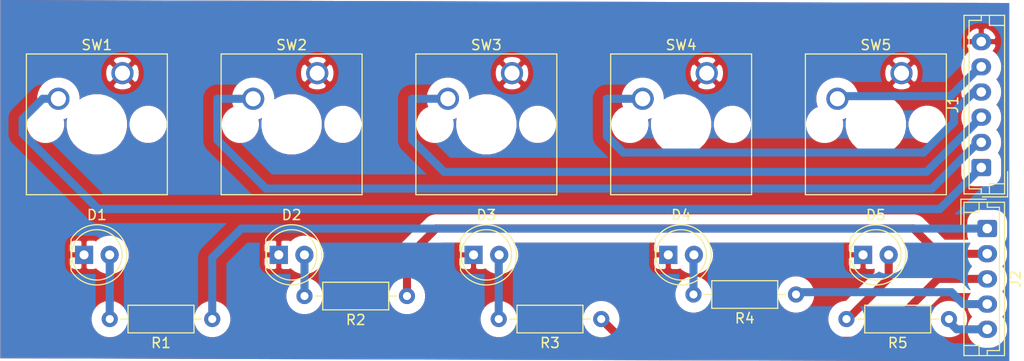
<source format=kicad_pcb>
(kicad_pcb (version 20171130) (host pcbnew "(5.1.6)-1")

  (general
    (thickness 1.6)
    (drawings 0)
    (tracks 60)
    (zones 0)
    (modules 17)
    (nets 17)
  )

  (page A4)
  (layers
    (0 F.Cu signal)
    (31 B.Cu signal)
    (32 B.Adhes user)
    (33 F.Adhes user)
    (34 B.Paste user)
    (35 F.Paste user)
    (36 B.SilkS user)
    (37 F.SilkS user)
    (38 B.Mask user)
    (39 F.Mask user)
    (40 Dwgs.User user)
    (41 Cmts.User user)
    (42 Eco1.User user)
    (43 Eco2.User user)
    (44 Edge.Cuts user)
    (45 Margin user)
    (46 B.CrtYd user)
    (47 F.CrtYd user)
    (48 B.Fab user)
    (49 F.Fab user)
  )

  (setup
    (last_trace_width 0.25)
    (trace_clearance 0.2)
    (zone_clearance 1)
    (zone_45_only no)
    (trace_min 0.2)
    (via_size 0.8)
    (via_drill 0.4)
    (via_min_size 0.4)
    (via_min_drill 0.3)
    (uvia_size 0.3)
    (uvia_drill 0.1)
    (uvias_allowed no)
    (uvia_min_size 0.2)
    (uvia_min_drill 0.1)
    (edge_width 0.05)
    (segment_width 0.2)
    (pcb_text_width 0.3)
    (pcb_text_size 1.5 1.5)
    (mod_edge_width 0.12)
    (mod_text_size 1 1)
    (mod_text_width 0.15)
    (pad_size 1.524 1.524)
    (pad_drill 0.762)
    (pad_to_mask_clearance 0.05)
    (aux_axis_origin 0 0)
    (visible_elements 7FFFFFFF)
    (pcbplotparams
      (layerselection 0x010fc_ffffffff)
      (usegerberextensions false)
      (usegerberattributes true)
      (usegerberadvancedattributes true)
      (creategerberjobfile true)
      (excludeedgelayer true)
      (linewidth 0.100000)
      (plotframeref false)
      (viasonmask false)
      (mode 1)
      (useauxorigin false)
      (hpglpennumber 1)
      (hpglpenspeed 20)
      (hpglpendiameter 15.000000)
      (psnegative false)
      (psa4output false)
      (plotreference true)
      (plotvalue true)
      (plotinvisibletext false)
      (padsonsilk false)
      (subtractmaskfromsilk false)
      (outputformat 1)
      (mirror false)
      (drillshape 1)
      (scaleselection 1)
      (outputdirectory ""))
  )

  (net 0 "")
  (net 1 "Net-(J1-Pad5)")
  (net 2 "Net-(J1-Pad4)")
  (net 3 "Net-(J1-Pad3)")
  (net 4 "Net-(J1-Pad2)")
  (net 5 "Net-(J1-Pad1)")
  (net 6 "Net-(D1-Pad2)")
  (net 7 "Net-(D1-Pad1)")
  (net 8 "Net-(D2-Pad2)")
  (net 9 "Net-(D3-Pad2)")
  (net 10 "Net-(D4-Pad2)")
  (net 11 "Net-(D5-Pad2)")
  (net 12 "Net-(J2-Pad5)")
  (net 13 "Net-(J2-Pad4)")
  (net 14 "Net-(J2-Pad3)")
  (net 15 "Net-(J2-Pad2)")
  (net 16 "Net-(J2-Pad1)")

  (net_class Default "This is the default net class."
    (clearance 0.2)
    (trace_width 0.25)
    (via_dia 0.8)
    (via_drill 0.4)
    (uvia_dia 0.3)
    (uvia_drill 0.1)
  )

  (net_class AKU ""
    (clearance 0.4)
    (trace_width 0.8)
    (via_dia 1)
    (via_drill 0.4)
    (uvia_dia 0.3)
    (uvia_drill 0.1)
    (add_net "Net-(D1-Pad1)")
    (add_net "Net-(D1-Pad2)")
    (add_net "Net-(D2-Pad2)")
    (add_net "Net-(D3-Pad2)")
    (add_net "Net-(D4-Pad2)")
    (add_net "Net-(D5-Pad2)")
    (add_net "Net-(J1-Pad1)")
    (add_net "Net-(J1-Pad2)")
    (add_net "Net-(J1-Pad3)")
    (add_net "Net-(J1-Pad4)")
    (add_net "Net-(J1-Pad5)")
    (add_net "Net-(J2-Pad1)")
    (add_net "Net-(J2-Pad2)")
    (add_net "Net-(J2-Pad3)")
    (add_net "Net-(J2-Pad4)")
    (add_net "Net-(J2-Pad5)")
  )

  (module Resistor_THT:R_Axial_DIN0207_L6.3mm_D2.5mm_P10.16mm_Horizontal (layer F.Cu) (tedit 5AE5139B) (tstamp 5FA3E615)
    (at 184.15 108.839 180)
    (descr "Resistor, Axial_DIN0207 series, Axial, Horizontal, pin pitch=10.16mm, 0.25W = 1/4W, length*diameter=6.3*2.5mm^2, http://cdn-reichelt.de/documents/datenblatt/B400/1_4W%23YAG.pdf")
    (tags "Resistor Axial_DIN0207 series Axial Horizontal pin pitch 10.16mm 0.25W = 1/4W length 6.3mm diameter 2.5mm")
    (path /5FA40617)
    (fp_text reference R5 (at 5.08 -2.37) (layer F.SilkS)
      (effects (font (size 1 1) (thickness 0.15)))
    )
    (fp_text value R (at 5.08 2.37) (layer F.Fab)
      (effects (font (size 1 1) (thickness 0.15)))
    )
    (fp_line (start 1.93 -1.25) (end 1.93 1.25) (layer F.Fab) (width 0.1))
    (fp_line (start 1.93 1.25) (end 8.23 1.25) (layer F.Fab) (width 0.1))
    (fp_line (start 8.23 1.25) (end 8.23 -1.25) (layer F.Fab) (width 0.1))
    (fp_line (start 8.23 -1.25) (end 1.93 -1.25) (layer F.Fab) (width 0.1))
    (fp_line (start 0 0) (end 1.93 0) (layer F.Fab) (width 0.1))
    (fp_line (start 10.16 0) (end 8.23 0) (layer F.Fab) (width 0.1))
    (fp_line (start 1.81 -1.37) (end 1.81 1.37) (layer F.SilkS) (width 0.12))
    (fp_line (start 1.81 1.37) (end 8.35 1.37) (layer F.SilkS) (width 0.12))
    (fp_line (start 8.35 1.37) (end 8.35 -1.37) (layer F.SilkS) (width 0.12))
    (fp_line (start 8.35 -1.37) (end 1.81 -1.37) (layer F.SilkS) (width 0.12))
    (fp_line (start 1.04 0) (end 1.81 0) (layer F.SilkS) (width 0.12))
    (fp_line (start 9.12 0) (end 8.35 0) (layer F.SilkS) (width 0.12))
    (fp_line (start -1.05 -1.5) (end -1.05 1.5) (layer F.CrtYd) (width 0.05))
    (fp_line (start -1.05 1.5) (end 11.21 1.5) (layer F.CrtYd) (width 0.05))
    (fp_line (start 11.21 1.5) (end 11.21 -1.5) (layer F.CrtYd) (width 0.05))
    (fp_line (start 11.21 -1.5) (end -1.05 -1.5) (layer F.CrtYd) (width 0.05))
    (fp_text user %R (at 5.08 0) (layer F.Fab)
      (effects (font (size 1 1) (thickness 0.15)))
    )
    (pad 1 thru_hole circle (at 0 0 180) (size 1.6 1.6) (drill 0.8) (layers *.Cu *.Mask)
      (net 12 "Net-(J2-Pad5)"))
    (pad 2 thru_hole oval (at 10.16 0 180) (size 1.6 1.6) (drill 0.8) (layers *.Cu *.Mask)
      (net 11 "Net-(D5-Pad2)"))
    (model ${KISYS3DMOD}/Resistor_THT.3dshapes/R_Axial_DIN0207_L6.3mm_D2.5mm_P10.16mm_Horizontal.wrl
      (at (xyz 0 0 0))
      (scale (xyz 1 1 1))
      (rotate (xyz 0 0 0))
    )
  )

  (module Resistor_THT:R_Axial_DIN0207_L6.3mm_D2.5mm_P10.16mm_Horizontal (layer F.Cu) (tedit 5AE5139B) (tstamp 5FA3E5FE)
    (at 168.9862 106.4006 180)
    (descr "Resistor, Axial_DIN0207 series, Axial, Horizontal, pin pitch=10.16mm, 0.25W = 1/4W, length*diameter=6.3*2.5mm^2, http://cdn-reichelt.de/documents/datenblatt/B400/1_4W%23YAG.pdf")
    (tags "Resistor Axial_DIN0207 series Axial Horizontal pin pitch 10.16mm 0.25W = 1/4W length 6.3mm diameter 2.5mm")
    (path /5FA4026C)
    (fp_text reference R4 (at 5.08 -2.37) (layer F.SilkS)
      (effects (font (size 1 1) (thickness 0.15)))
    )
    (fp_text value R (at 5.08 2.37) (layer F.Fab)
      (effects (font (size 1 1) (thickness 0.15)))
    )
    (fp_line (start 1.93 -1.25) (end 1.93 1.25) (layer F.Fab) (width 0.1))
    (fp_line (start 1.93 1.25) (end 8.23 1.25) (layer F.Fab) (width 0.1))
    (fp_line (start 8.23 1.25) (end 8.23 -1.25) (layer F.Fab) (width 0.1))
    (fp_line (start 8.23 -1.25) (end 1.93 -1.25) (layer F.Fab) (width 0.1))
    (fp_line (start 0 0) (end 1.93 0) (layer F.Fab) (width 0.1))
    (fp_line (start 10.16 0) (end 8.23 0) (layer F.Fab) (width 0.1))
    (fp_line (start 1.81 -1.37) (end 1.81 1.37) (layer F.SilkS) (width 0.12))
    (fp_line (start 1.81 1.37) (end 8.35 1.37) (layer F.SilkS) (width 0.12))
    (fp_line (start 8.35 1.37) (end 8.35 -1.37) (layer F.SilkS) (width 0.12))
    (fp_line (start 8.35 -1.37) (end 1.81 -1.37) (layer F.SilkS) (width 0.12))
    (fp_line (start 1.04 0) (end 1.81 0) (layer F.SilkS) (width 0.12))
    (fp_line (start 9.12 0) (end 8.35 0) (layer F.SilkS) (width 0.12))
    (fp_line (start -1.05 -1.5) (end -1.05 1.5) (layer F.CrtYd) (width 0.05))
    (fp_line (start -1.05 1.5) (end 11.21 1.5) (layer F.CrtYd) (width 0.05))
    (fp_line (start 11.21 1.5) (end 11.21 -1.5) (layer F.CrtYd) (width 0.05))
    (fp_line (start 11.21 -1.5) (end -1.05 -1.5) (layer F.CrtYd) (width 0.05))
    (fp_text user %R (at 5.08 0.254) (layer F.Fab)
      (effects (font (size 1 1) (thickness 0.15)))
    )
    (pad 1 thru_hole circle (at 0 0 180) (size 1.6 1.6) (drill 0.8) (layers *.Cu *.Mask)
      (net 13 "Net-(J2-Pad4)"))
    (pad 2 thru_hole oval (at 10.16 0 180) (size 1.6 1.6) (drill 0.8) (layers *.Cu *.Mask)
      (net 10 "Net-(D4-Pad2)"))
    (model ${KISYS3DMOD}/Resistor_THT.3dshapes/R_Axial_DIN0207_L6.3mm_D2.5mm_P10.16mm_Horizontal.wrl
      (at (xyz 0 0 0))
      (scale (xyz 1 1 1))
      (rotate (xyz 0 0 0))
    )
  )

  (module Resistor_THT:R_Axial_DIN0207_L6.3mm_D2.5mm_P10.16mm_Horizontal (layer F.Cu) (tedit 5AE5139B) (tstamp 5FA3E5E7)
    (at 149.6822 108.839 180)
    (descr "Resistor, Axial_DIN0207 series, Axial, Horizontal, pin pitch=10.16mm, 0.25W = 1/4W, length*diameter=6.3*2.5mm^2, http://cdn-reichelt.de/documents/datenblatt/B400/1_4W%23YAG.pdf")
    (tags "Resistor Axial_DIN0207 series Axial Horizontal pin pitch 10.16mm 0.25W = 1/4W length 6.3mm diameter 2.5mm")
    (path /5FA3FE4D)
    (fp_text reference R3 (at 5.08 -2.37) (layer F.SilkS)
      (effects (font (size 1 1) (thickness 0.15)))
    )
    (fp_text value R (at 5.08 2.37) (layer F.Fab)
      (effects (font (size 1 1) (thickness 0.15)))
    )
    (fp_line (start 11.21 -1.5) (end -1.05 -1.5) (layer F.CrtYd) (width 0.05))
    (fp_line (start 11.21 1.5) (end 11.21 -1.5) (layer F.CrtYd) (width 0.05))
    (fp_line (start -1.05 1.5) (end 11.21 1.5) (layer F.CrtYd) (width 0.05))
    (fp_line (start -1.05 -1.5) (end -1.05 1.5) (layer F.CrtYd) (width 0.05))
    (fp_line (start 9.12 0) (end 8.35 0) (layer F.SilkS) (width 0.12))
    (fp_line (start 1.04 0) (end 1.81 0) (layer F.SilkS) (width 0.12))
    (fp_line (start 8.35 -1.37) (end 1.81 -1.37) (layer F.SilkS) (width 0.12))
    (fp_line (start 8.35 1.37) (end 8.35 -1.37) (layer F.SilkS) (width 0.12))
    (fp_line (start 1.81 1.37) (end 8.35 1.37) (layer F.SilkS) (width 0.12))
    (fp_line (start 1.81 -1.37) (end 1.81 1.37) (layer F.SilkS) (width 0.12))
    (fp_line (start 10.16 0) (end 8.23 0) (layer F.Fab) (width 0.1))
    (fp_line (start 0 0) (end 1.93 0) (layer F.Fab) (width 0.1))
    (fp_line (start 8.23 -1.25) (end 1.93 -1.25) (layer F.Fab) (width 0.1))
    (fp_line (start 8.23 1.25) (end 8.23 -1.25) (layer F.Fab) (width 0.1))
    (fp_line (start 1.93 1.25) (end 8.23 1.25) (layer F.Fab) (width 0.1))
    (fp_line (start 1.93 -1.25) (end 1.93 1.25) (layer F.Fab) (width 0.1))
    (fp_text user %R (at 5.08 0) (layer F.Fab)
      (effects (font (size 1 1) (thickness 0.15)))
    )
    (pad 2 thru_hole oval (at 10.16 0 180) (size 1.6 1.6) (drill 0.8) (layers *.Cu *.Mask)
      (net 9 "Net-(D3-Pad2)"))
    (pad 1 thru_hole circle (at 0 0 180) (size 1.6 1.6) (drill 0.8) (layers *.Cu *.Mask)
      (net 14 "Net-(J2-Pad3)"))
    (model ${KISYS3DMOD}/Resistor_THT.3dshapes/R_Axial_DIN0207_L6.3mm_D2.5mm_P10.16mm_Horizontal.wrl
      (at (xyz 0 0 0))
      (scale (xyz 1 1 1))
      (rotate (xyz 0 0 0))
    )
  )

  (module Resistor_THT:R_Axial_DIN0207_L6.3mm_D2.5mm_P10.16mm_Horizontal (layer F.Cu) (tedit 5AE5139B) (tstamp 5FA3E5D0)
    (at 130.429 106.553 180)
    (descr "Resistor, Axial_DIN0207 series, Axial, Horizontal, pin pitch=10.16mm, 0.25W = 1/4W, length*diameter=6.3*2.5mm^2, http://cdn-reichelt.de/documents/datenblatt/B400/1_4W%23YAG.pdf")
    (tags "Resistor Axial_DIN0207 series Axial Horizontal pin pitch 10.16mm 0.25W = 1/4W length 6.3mm diameter 2.5mm")
    (path /5FA3FA9A)
    (fp_text reference R2 (at 5.08 -2.37) (layer F.SilkS)
      (effects (font (size 1 1) (thickness 0.15)))
    )
    (fp_text value R (at 5.08 2.37) (layer F.Fab)
      (effects (font (size 1 1) (thickness 0.15)))
    )
    (fp_line (start 11.21 -1.5) (end -1.05 -1.5) (layer F.CrtYd) (width 0.05))
    (fp_line (start 11.21 1.5) (end 11.21 -1.5) (layer F.CrtYd) (width 0.05))
    (fp_line (start -1.05 1.5) (end 11.21 1.5) (layer F.CrtYd) (width 0.05))
    (fp_line (start -1.05 -1.5) (end -1.05 1.5) (layer F.CrtYd) (width 0.05))
    (fp_line (start 9.12 0) (end 8.35 0) (layer F.SilkS) (width 0.12))
    (fp_line (start 1.04 0) (end 1.81 0) (layer F.SilkS) (width 0.12))
    (fp_line (start 8.35 -1.37) (end 1.81 -1.37) (layer F.SilkS) (width 0.12))
    (fp_line (start 8.35 1.37) (end 8.35 -1.37) (layer F.SilkS) (width 0.12))
    (fp_line (start 1.81 1.37) (end 8.35 1.37) (layer F.SilkS) (width 0.12))
    (fp_line (start 1.81 -1.37) (end 1.81 1.37) (layer F.SilkS) (width 0.12))
    (fp_line (start 10.16 0) (end 8.23 0) (layer F.Fab) (width 0.1))
    (fp_line (start 0 0) (end 1.93 0) (layer F.Fab) (width 0.1))
    (fp_line (start 8.23 -1.25) (end 1.93 -1.25) (layer F.Fab) (width 0.1))
    (fp_line (start 8.23 1.25) (end 8.23 -1.25) (layer F.Fab) (width 0.1))
    (fp_line (start 1.93 1.25) (end 8.23 1.25) (layer F.Fab) (width 0.1))
    (fp_line (start 1.93 -1.25) (end 1.93 1.25) (layer F.Fab) (width 0.1))
    (fp_text user %R (at 5.378 0.064) (layer F.Fab)
      (effects (font (size 1 1) (thickness 0.15)))
    )
    (pad 2 thru_hole oval (at 10.16 0 180) (size 1.6 1.6) (drill 0.8) (layers *.Cu *.Mask)
      (net 8 "Net-(D2-Pad2)"))
    (pad 1 thru_hole circle (at 0 0 180) (size 1.6 1.6) (drill 0.8) (layers *.Cu *.Mask)
      (net 15 "Net-(J2-Pad2)"))
    (model ${KISYS3DMOD}/Resistor_THT.3dshapes/R_Axial_DIN0207_L6.3mm_D2.5mm_P10.16mm_Horizontal.wrl
      (at (xyz 0 0 0))
      (scale (xyz 1 1 1))
      (rotate (xyz 0 0 0))
    )
  )

  (module Resistor_THT:R_Axial_DIN0207_L6.3mm_D2.5mm_P10.16mm_Horizontal (layer F.Cu) (tedit 5AE5139B) (tstamp 5FA3E5B9)
    (at 111.125 108.839 180)
    (descr "Resistor, Axial_DIN0207 series, Axial, Horizontal, pin pitch=10.16mm, 0.25W = 1/4W, length*diameter=6.3*2.5mm^2, http://cdn-reichelt.de/documents/datenblatt/B400/1_4W%23YAG.pdf")
    (tags "Resistor Axial_DIN0207 series Axial Horizontal pin pitch 10.16mm 0.25W = 1/4W length 6.3mm diameter 2.5mm")
    (path /5FA3E75F)
    (fp_text reference R1 (at 5.08 -2.37) (layer F.SilkS)
      (effects (font (size 1 1) (thickness 0.15)))
    )
    (fp_text value R (at 5.08 2.37) (layer F.Fab)
      (effects (font (size 1 1) (thickness 0.15)))
    )
    (fp_line (start 11.21 -1.5) (end -1.05 -1.5) (layer F.CrtYd) (width 0.05))
    (fp_line (start 11.21 1.5) (end 11.21 -1.5) (layer F.CrtYd) (width 0.05))
    (fp_line (start -1.05 1.5) (end 11.21 1.5) (layer F.CrtYd) (width 0.05))
    (fp_line (start -1.05 -1.5) (end -1.05 1.5) (layer F.CrtYd) (width 0.05))
    (fp_line (start 9.12 0) (end 8.35 0) (layer F.SilkS) (width 0.12))
    (fp_line (start 1.04 0) (end 1.81 0) (layer F.SilkS) (width 0.12))
    (fp_line (start 8.35 -1.37) (end 1.81 -1.37) (layer F.SilkS) (width 0.12))
    (fp_line (start 8.35 1.37) (end 8.35 -1.37) (layer F.SilkS) (width 0.12))
    (fp_line (start 1.81 1.37) (end 8.35 1.37) (layer F.SilkS) (width 0.12))
    (fp_line (start 1.81 -1.37) (end 1.81 1.37) (layer F.SilkS) (width 0.12))
    (fp_line (start 10.16 0) (end 8.23 0) (layer F.Fab) (width 0.1))
    (fp_line (start 0 0) (end 1.93 0) (layer F.Fab) (width 0.1))
    (fp_line (start 8.23 -1.25) (end 1.93 -1.25) (layer F.Fab) (width 0.1))
    (fp_line (start 8.23 1.25) (end 8.23 -1.25) (layer F.Fab) (width 0.1))
    (fp_line (start 1.93 1.25) (end 8.23 1.25) (layer F.Fab) (width 0.1))
    (fp_line (start 1.93 -1.25) (end 1.93 1.25) (layer F.Fab) (width 0.1))
    (fp_text user %R (at 5.08 0) (layer F.Fab)
      (effects (font (size 1 1) (thickness 0.15)))
    )
    (pad 2 thru_hole oval (at 10.16 0 180) (size 1.6 1.6) (drill 0.8) (layers *.Cu *.Mask)
      (net 6 "Net-(D1-Pad2)"))
    (pad 1 thru_hole circle (at 0 0 180) (size 1.6 1.6) (drill 0.8) (layers *.Cu *.Mask)
      (net 16 "Net-(J2-Pad1)"))
    (model ${KISYS3DMOD}/Resistor_THT.3dshapes/R_Axial_DIN0207_L6.3mm_D2.5mm_P10.16mm_Horizontal.wrl
      (at (xyz 0 0 0))
      (scale (xyz 1 1 1))
      (rotate (xyz 0 0 0))
    )
  )

  (module LED_THT:LED_D5.0mm (layer F.Cu) (tedit 5995936A) (tstamp 5FA36912)
    (at 98.418 102.466)
    (descr "LED, diameter 5.0mm, 2 pins, http://cdn-reichelt.de/documents/datenblatt/A500/LL-504BC2E-009.pdf")
    (tags "LED diameter 5.0mm 2 pins")
    (path /5FA5D699)
    (fp_text reference D1 (at 1.27 -3.96) (layer F.SilkS)
      (effects (font (size 1 1) (thickness 0.15)))
    )
    (fp_text value LED (at 1.27 3.96) (layer F.Fab)
      (effects (font (size 1 1) (thickness 0.15)))
    )
    (fp_circle (center 1.27 0) (end 3.77 0) (layer F.Fab) (width 0.1))
    (fp_circle (center 1.27 0) (end 3.77 0) (layer F.SilkS) (width 0.12))
    (fp_line (start -1.23 -1.469694) (end -1.23 1.469694) (layer F.Fab) (width 0.1))
    (fp_line (start -1.29 -1.545) (end -1.29 1.545) (layer F.SilkS) (width 0.12))
    (fp_line (start -1.95 -3.25) (end -1.95 3.25) (layer F.CrtYd) (width 0.05))
    (fp_line (start -1.95 3.25) (end 4.5 3.25) (layer F.CrtYd) (width 0.05))
    (fp_line (start 4.5 3.25) (end 4.5 -3.25) (layer F.CrtYd) (width 0.05))
    (fp_line (start 4.5 -3.25) (end -1.95 -3.25) (layer F.CrtYd) (width 0.05))
    (fp_arc (start 1.27 0) (end -1.23 -1.469694) (angle 299.1) (layer F.Fab) (width 0.1))
    (fp_arc (start 1.27 0) (end -1.29 -1.54483) (angle 148.9) (layer F.SilkS) (width 0.12))
    (fp_arc (start 1.27 0) (end -1.29 1.54483) (angle -148.9) (layer F.SilkS) (width 0.12))
    (fp_text user %R (at 1.25 0) (layer F.Fab)
      (effects (font (size 0.8 0.8) (thickness 0.2)))
    )
    (pad 1 thru_hole rect (at 0 0) (size 1.8 1.8) (drill 0.9) (layers *.Cu *.Mask)
      (net 7 "Net-(D1-Pad1)"))
    (pad 2 thru_hole circle (at 2.54 0) (size 1.8 1.8) (drill 0.9) (layers *.Cu *.Mask)
      (net 6 "Net-(D1-Pad2)"))
    (model ${KISYS3DMOD}/LED_THT.3dshapes/LED_D5.0mm.wrl
      (at (xyz 0 0 0))
      (scale (xyz 1 1 1))
      (rotate (xyz 0 0 0))
    )
  )

  (module Connector_JST:JST_EH_B5B-EH-A_1x05_P2.50mm_Vertical (layer F.Cu) (tedit 5C28142C) (tstamp 5FA369C3)
    (at 187.9426 99.8542 270)
    (descr "JST EH series connector, B5B-EH-A (http://www.jst-mfg.com/product/pdf/eng/eEH.pdf), generated with kicad-footprint-generator")
    (tags "connector JST EH vertical")
    (path /5FA6059A)
    (fp_text reference J2 (at 5 -2.8 90) (layer F.SilkS)
      (effects (font (size 1 1) (thickness 0.15)))
    )
    (fp_text value Conn_01x05_Female (at 5 3.4 90) (layer F.Fab)
      (effects (font (size 1 1) (thickness 0.15)))
    )
    (fp_line (start -2.91 2.61) (end -0.41 2.61) (layer F.Fab) (width 0.1))
    (fp_line (start -2.91 0.11) (end -2.91 2.61) (layer F.Fab) (width 0.1))
    (fp_line (start -2.91 2.61) (end -0.41 2.61) (layer F.SilkS) (width 0.12))
    (fp_line (start -2.91 0.11) (end -2.91 2.61) (layer F.SilkS) (width 0.12))
    (fp_line (start 11.61 0.81) (end 11.61 2.31) (layer F.SilkS) (width 0.12))
    (fp_line (start 12.61 0.81) (end 11.61 0.81) (layer F.SilkS) (width 0.12))
    (fp_line (start -1.61 0.81) (end -1.61 2.31) (layer F.SilkS) (width 0.12))
    (fp_line (start -2.61 0.81) (end -1.61 0.81) (layer F.SilkS) (width 0.12))
    (fp_line (start 12.11 0) (end 12.61 0) (layer F.SilkS) (width 0.12))
    (fp_line (start 12.11 -1.21) (end 12.11 0) (layer F.SilkS) (width 0.12))
    (fp_line (start -2.11 -1.21) (end 12.11 -1.21) (layer F.SilkS) (width 0.12))
    (fp_line (start -2.11 0) (end -2.11 -1.21) (layer F.SilkS) (width 0.12))
    (fp_line (start -2.61 0) (end -2.11 0) (layer F.SilkS) (width 0.12))
    (fp_line (start 12.61 -1.71) (end -2.61 -1.71) (layer F.SilkS) (width 0.12))
    (fp_line (start 12.61 2.31) (end 12.61 -1.71) (layer F.SilkS) (width 0.12))
    (fp_line (start -2.61 2.31) (end 12.61 2.31) (layer F.SilkS) (width 0.12))
    (fp_line (start -2.61 -1.71) (end -2.61 2.31) (layer F.SilkS) (width 0.12))
    (fp_line (start 13 -2.1) (end -3 -2.1) (layer F.CrtYd) (width 0.05))
    (fp_line (start 13 2.7) (end 13 -2.1) (layer F.CrtYd) (width 0.05))
    (fp_line (start -3 2.7) (end 13 2.7) (layer F.CrtYd) (width 0.05))
    (fp_line (start -3 -2.1) (end -3 2.7) (layer F.CrtYd) (width 0.05))
    (fp_line (start 12.5 -1.6) (end -2.5 -1.6) (layer F.Fab) (width 0.1))
    (fp_line (start 12.5 2.2) (end 12.5 -1.6) (layer F.Fab) (width 0.1))
    (fp_line (start -2.5 2.2) (end 12.5 2.2) (layer F.Fab) (width 0.1))
    (fp_line (start -2.5 -1.6) (end -2.5 2.2) (layer F.Fab) (width 0.1))
    (fp_text user %R (at 5 1.5 90) (layer F.Fab)
      (effects (font (size 1 1) (thickness 0.15)))
    )
    (pad 5 thru_hole oval (at 10 0 270) (size 1.7 1.95) (drill 0.95) (layers *.Cu *.Mask)
      (net 12 "Net-(J2-Pad5)"))
    (pad 4 thru_hole oval (at 7.5 0 270) (size 1.7 1.95) (drill 0.95) (layers *.Cu *.Mask)
      (net 13 "Net-(J2-Pad4)"))
    (pad 3 thru_hole oval (at 5 0 270) (size 1.7 1.95) (drill 0.95) (layers *.Cu *.Mask)
      (net 14 "Net-(J2-Pad3)"))
    (pad 2 thru_hole oval (at 2.5 0 270) (size 1.7 1.95) (drill 0.95) (layers *.Cu *.Mask)
      (net 15 "Net-(J2-Pad2)"))
    (pad 1 thru_hole roundrect (at 0 0 270) (size 1.7 1.95) (drill 0.95) (layers *.Cu *.Mask) (roundrect_rratio 0.147059)
      (net 16 "Net-(J2-Pad1)"))
    (model ${KISYS3DMOD}/Connector_JST.3dshapes/JST_EH_B5B-EH-A_1x05_P2.50mm_Vertical.wrl
      (at (xyz 0 0 0))
      (scale (xyz 1 1 1))
      (rotate (xyz 0 0 0))
    )
  )

  (module LED_THT:LED_D5.0mm (layer F.Cu) (tedit 5995936A) (tstamp 5FA3695A)
    (at 175.634 102.466)
    (descr "LED, diameter 5.0mm, 2 pins, http://cdn-reichelt.de/documents/datenblatt/A500/LL-504BC2E-009.pdf")
    (tags "LED diameter 5.0mm 2 pins")
    (path /5FA5FA80)
    (fp_text reference D5 (at 1.27 -3.96) (layer F.SilkS)
      (effects (font (size 1 1) (thickness 0.15)))
    )
    (fp_text value LED (at 1.27 3.96) (layer F.Fab)
      (effects (font (size 1 1) (thickness 0.15)))
    )
    (fp_circle (center 1.27 0) (end 3.77 0) (layer F.Fab) (width 0.1))
    (fp_circle (center 1.27 0) (end 3.77 0) (layer F.SilkS) (width 0.12))
    (fp_line (start -1.23 -1.469694) (end -1.23 1.469694) (layer F.Fab) (width 0.1))
    (fp_line (start -1.29 -1.545) (end -1.29 1.545) (layer F.SilkS) (width 0.12))
    (fp_line (start -1.95 -3.25) (end -1.95 3.25) (layer F.CrtYd) (width 0.05))
    (fp_line (start -1.95 3.25) (end 4.5 3.25) (layer F.CrtYd) (width 0.05))
    (fp_line (start 4.5 3.25) (end 4.5 -3.25) (layer F.CrtYd) (width 0.05))
    (fp_line (start 4.5 -3.25) (end -1.95 -3.25) (layer F.CrtYd) (width 0.05))
    (fp_arc (start 1.27 0) (end -1.23 -1.469694) (angle 299.1) (layer F.Fab) (width 0.1))
    (fp_arc (start 1.27 0) (end -1.29 -1.54483) (angle 148.9) (layer F.SilkS) (width 0.12))
    (fp_arc (start 1.27 0) (end -1.29 1.54483) (angle -148.9) (layer F.SilkS) (width 0.12))
    (fp_text user %R (at 1.25 0) (layer F.Fab)
      (effects (font (size 0.8 0.8) (thickness 0.2)))
    )
    (pad 1 thru_hole rect (at 0 0) (size 1.8 1.8) (drill 0.9) (layers *.Cu *.Mask)
      (net 7 "Net-(D1-Pad1)"))
    (pad 2 thru_hole circle (at 2.54 0) (size 1.8 1.8) (drill 0.9) (layers *.Cu *.Mask)
      (net 11 "Net-(D5-Pad2)"))
    (model ${KISYS3DMOD}/LED_THT.3dshapes/LED_D5.0mm.wrl
      (at (xyz 0 0 0))
      (scale (xyz 1 1 1))
      (rotate (xyz 0 0 0))
    )
  )

  (module LED_THT:LED_D5.0mm (layer F.Cu) (tedit 5995936A) (tstamp 5FA36948)
    (at 156.33 102.466)
    (descr "LED, diameter 5.0mm, 2 pins, http://cdn-reichelt.de/documents/datenblatt/A500/LL-504BC2E-009.pdf")
    (tags "LED diameter 5.0mm 2 pins")
    (path /5FA5F434)
    (fp_text reference D4 (at 1.27 -3.96) (layer F.SilkS)
      (effects (font (size 1 1) (thickness 0.15)))
    )
    (fp_text value LED (at 1.27 3.96) (layer F.Fab)
      (effects (font (size 1 1) (thickness 0.15)))
    )
    (fp_circle (center 1.27 0) (end 3.77 0) (layer F.Fab) (width 0.1))
    (fp_circle (center 1.27 0) (end 3.77 0) (layer F.SilkS) (width 0.12))
    (fp_line (start -1.23 -1.469694) (end -1.23 1.469694) (layer F.Fab) (width 0.1))
    (fp_line (start -1.29 -1.545) (end -1.29 1.545) (layer F.SilkS) (width 0.12))
    (fp_line (start -1.95 -3.25) (end -1.95 3.25) (layer F.CrtYd) (width 0.05))
    (fp_line (start -1.95 3.25) (end 4.5 3.25) (layer F.CrtYd) (width 0.05))
    (fp_line (start 4.5 3.25) (end 4.5 -3.25) (layer F.CrtYd) (width 0.05))
    (fp_line (start 4.5 -3.25) (end -1.95 -3.25) (layer F.CrtYd) (width 0.05))
    (fp_arc (start 1.27 0) (end -1.23 -1.469694) (angle 299.1) (layer F.Fab) (width 0.1))
    (fp_arc (start 1.27 0) (end -1.29 -1.54483) (angle 148.9) (layer F.SilkS) (width 0.12))
    (fp_arc (start 1.27 0) (end -1.29 1.54483) (angle -148.9) (layer F.SilkS) (width 0.12))
    (fp_text user %R (at 1.25 0) (layer F.Fab)
      (effects (font (size 0.8 0.8) (thickness 0.2)))
    )
    (pad 1 thru_hole rect (at 0 0) (size 1.8 1.8) (drill 0.9) (layers *.Cu *.Mask)
      (net 7 "Net-(D1-Pad1)"))
    (pad 2 thru_hole circle (at 2.54 0) (size 1.8 1.8) (drill 0.9) (layers *.Cu *.Mask)
      (net 10 "Net-(D4-Pad2)"))
    (model ${KISYS3DMOD}/LED_THT.3dshapes/LED_D5.0mm.wrl
      (at (xyz 0 0 0))
      (scale (xyz 1 1 1))
      (rotate (xyz 0 0 0))
    )
  )

  (module LED_THT:LED_D5.0mm (layer F.Cu) (tedit 5995936A) (tstamp 5FA36936)
    (at 137.026 102.466)
    (descr "LED, diameter 5.0mm, 2 pins, http://cdn-reichelt.de/documents/datenblatt/A500/LL-504BC2E-009.pdf")
    (tags "LED diameter 5.0mm 2 pins")
    (path /5FA5EEC8)
    (fp_text reference D3 (at 1.27 -3.96) (layer F.SilkS)
      (effects (font (size 1 1) (thickness 0.15)))
    )
    (fp_text value LED (at 1.27 3.96) (layer F.Fab)
      (effects (font (size 1 1) (thickness 0.15)))
    )
    (fp_circle (center 1.27 0) (end 3.77 0) (layer F.Fab) (width 0.1))
    (fp_circle (center 1.27 0) (end 3.77 0) (layer F.SilkS) (width 0.12))
    (fp_line (start -1.23 -1.469694) (end -1.23 1.469694) (layer F.Fab) (width 0.1))
    (fp_line (start -1.29 -1.545) (end -1.29 1.545) (layer F.SilkS) (width 0.12))
    (fp_line (start -1.95 -3.25) (end -1.95 3.25) (layer F.CrtYd) (width 0.05))
    (fp_line (start -1.95 3.25) (end 4.5 3.25) (layer F.CrtYd) (width 0.05))
    (fp_line (start 4.5 3.25) (end 4.5 -3.25) (layer F.CrtYd) (width 0.05))
    (fp_line (start 4.5 -3.25) (end -1.95 -3.25) (layer F.CrtYd) (width 0.05))
    (fp_arc (start 1.27 0) (end -1.23 -1.469694) (angle 299.1) (layer F.Fab) (width 0.1))
    (fp_arc (start 1.27 0) (end -1.29 -1.54483) (angle 148.9) (layer F.SilkS) (width 0.12))
    (fp_arc (start 1.27 0) (end -1.29 1.54483) (angle -148.9) (layer F.SilkS) (width 0.12))
    (fp_text user %R (at 1.25 0) (layer F.Fab)
      (effects (font (size 0.8 0.8) (thickness 0.2)))
    )
    (pad 1 thru_hole rect (at 0 0) (size 1.8 1.8) (drill 0.9) (layers *.Cu *.Mask)
      (net 7 "Net-(D1-Pad1)"))
    (pad 2 thru_hole circle (at 2.54 0) (size 1.8 1.8) (drill 0.9) (layers *.Cu *.Mask)
      (net 9 "Net-(D3-Pad2)"))
    (model ${KISYS3DMOD}/LED_THT.3dshapes/LED_D5.0mm.wrl
      (at (xyz 0 0 0))
      (scale (xyz 1 1 1))
      (rotate (xyz 0 0 0))
    )
  )

  (module LED_THT:LED_D5.0mm (layer F.Cu) (tedit 5995936A) (tstamp 5FA36924)
    (at 117.722 102.466)
    (descr "LED, diameter 5.0mm, 2 pins, http://cdn-reichelt.de/documents/datenblatt/A500/LL-504BC2E-009.pdf")
    (tags "LED diameter 5.0mm 2 pins")
    (path /5FA5EA01)
    (fp_text reference D2 (at 1.27 -3.96) (layer F.SilkS)
      (effects (font (size 1 1) (thickness 0.15)))
    )
    (fp_text value LED (at 1.27 3.96) (layer F.Fab)
      (effects (font (size 1 1) (thickness 0.15)))
    )
    (fp_circle (center 1.27 0) (end 3.77 0) (layer F.Fab) (width 0.1))
    (fp_circle (center 1.27 0) (end 3.77 0) (layer F.SilkS) (width 0.12))
    (fp_line (start -1.23 -1.469694) (end -1.23 1.469694) (layer F.Fab) (width 0.1))
    (fp_line (start -1.29 -1.545) (end -1.29 1.545) (layer F.SilkS) (width 0.12))
    (fp_line (start -1.95 -3.25) (end -1.95 3.25) (layer F.CrtYd) (width 0.05))
    (fp_line (start -1.95 3.25) (end 4.5 3.25) (layer F.CrtYd) (width 0.05))
    (fp_line (start 4.5 3.25) (end 4.5 -3.25) (layer F.CrtYd) (width 0.05))
    (fp_line (start 4.5 -3.25) (end -1.95 -3.25) (layer F.CrtYd) (width 0.05))
    (fp_arc (start 1.27 0) (end -1.23 -1.469694) (angle 299.1) (layer F.Fab) (width 0.1))
    (fp_arc (start 1.27 0) (end -1.29 -1.54483) (angle 148.9) (layer F.SilkS) (width 0.12))
    (fp_arc (start 1.27 0) (end -1.29 1.54483) (angle -148.9) (layer F.SilkS) (width 0.12))
    (fp_text user %R (at 1.25 0) (layer F.Fab)
      (effects (font (size 0.8 0.8) (thickness 0.2)))
    )
    (pad 1 thru_hole rect (at 0 0) (size 1.8 1.8) (drill 0.9) (layers *.Cu *.Mask)
      (net 7 "Net-(D1-Pad1)"))
    (pad 2 thru_hole circle (at 2.54 0) (size 1.8 1.8) (drill 0.9) (layers *.Cu *.Mask)
      (net 8 "Net-(D2-Pad2)"))
    (model ${KISYS3DMOD}/LED_THT.3dshapes/LED_D5.0mm.wrl
      (at (xyz 0 0 0))
      (scale (xyz 1 1 1))
      (rotate (xyz 0 0 0))
    )
  )

  (module Button_Switch_Keyboard:SW_Cherry_MX_1.00u_PCB (layer F.Cu) (tedit 5A02FE24) (tstamp 5FA23C2F)
    (at 160.14 84.432)
    (descr "Cherry MX keyswitch, 1.00u, PCB mount, http://cherryamericas.com/wp-content/uploads/2014/12/mx_cat.pdf")
    (tags "Cherry MX keyswitch 1.00u PCB")
    (path /5FA2CDC4)
    (fp_text reference SW4 (at -2.54 -2.794) (layer F.SilkS)
      (effects (font (size 1 1) (thickness 0.15)))
    )
    (fp_text value SW_DIP_x01 (at -2.54 12.954) (layer F.Fab)
      (effects (font (size 1 1) (thickness 0.15)))
    )
    (fp_line (start -8.89 -1.27) (end 3.81 -1.27) (layer F.Fab) (width 0.1))
    (fp_line (start 3.81 -1.27) (end 3.81 11.43) (layer F.Fab) (width 0.1))
    (fp_line (start 3.81 11.43) (end -8.89 11.43) (layer F.Fab) (width 0.1))
    (fp_line (start -8.89 11.43) (end -8.89 -1.27) (layer F.Fab) (width 0.1))
    (fp_line (start -9.14 11.68) (end -9.14 -1.52) (layer F.CrtYd) (width 0.05))
    (fp_line (start 4.06 11.68) (end -9.14 11.68) (layer F.CrtYd) (width 0.05))
    (fp_line (start 4.06 -1.52) (end 4.06 11.68) (layer F.CrtYd) (width 0.05))
    (fp_line (start -9.14 -1.52) (end 4.06 -1.52) (layer F.CrtYd) (width 0.05))
    (fp_line (start -12.065 -4.445) (end 6.985 -4.445) (layer Dwgs.User) (width 0.15))
    (fp_line (start 6.985 -4.445) (end 6.985 14.605) (layer Dwgs.User) (width 0.15))
    (fp_line (start 6.985 14.605) (end -12.065 14.605) (layer Dwgs.User) (width 0.15))
    (fp_line (start -12.065 14.605) (end -12.065 -4.445) (layer Dwgs.User) (width 0.15))
    (fp_line (start -9.525 -1.905) (end 4.445 -1.905) (layer F.SilkS) (width 0.12))
    (fp_line (start 4.445 -1.905) (end 4.445 12.065) (layer F.SilkS) (width 0.12))
    (fp_line (start 4.445 12.065) (end -9.525 12.065) (layer F.SilkS) (width 0.12))
    (fp_line (start -9.525 12.065) (end -9.525 -1.905) (layer F.SilkS) (width 0.12))
    (fp_text user %R (at -2.54 -2.794) (layer F.Fab)
      (effects (font (size 1 1) (thickness 0.15)))
    )
    (pad 1 thru_hole circle (at 0 0) (size 2.2 2.2) (drill 1.5) (layers *.Cu *.Mask)
      (net 7 "Net-(D1-Pad1)"))
    (pad 2 thru_hole circle (at -6.35 2.54) (size 2.2 2.2) (drill 1.5) (layers *.Cu *.Mask)
      (net 2 "Net-(J1-Pad4)"))
    (pad "" np_thru_hole circle (at -2.54 5.08) (size 4 4) (drill 4) (layers *.Cu *.Mask))
    (pad "" np_thru_hole circle (at -7.62 5.08) (size 1.7 1.7) (drill 1.7) (layers *.Cu *.Mask))
    (pad "" np_thru_hole circle (at 2.54 5.08) (size 1.7 1.7) (drill 1.7) (layers *.Cu *.Mask))
    (model ${KISYS3DMOD}/Button_Switch_Keyboard.3dshapes/SW_Cherry_MX_1.00u_PCB.wrl
      (at (xyz 0 0 0))
      (scale (xyz 1 1 1))
      (rotate (xyz 0 0 0))
    )
  )

  (module Button_Switch_Keyboard:SW_Cherry_MX_1.00u_PCB (layer F.Cu) (tedit 5A02FE24) (tstamp 5FA23C49)
    (at 179.444 84.432)
    (descr "Cherry MX keyswitch, 1.00u, PCB mount, http://cherryamericas.com/wp-content/uploads/2014/12/mx_cat.pdf")
    (tags "Cherry MX keyswitch 1.00u PCB")
    (path /5FA2D141)
    (fp_text reference SW5 (at -2.54 -2.794) (layer F.SilkS)
      (effects (font (size 1 1) (thickness 0.15)))
    )
    (fp_text value SW_DIP_x01 (at -2.54 12.954) (layer F.Fab)
      (effects (font (size 1 1) (thickness 0.15)))
    )
    (fp_line (start -8.89 -1.27) (end 3.81 -1.27) (layer F.Fab) (width 0.1))
    (fp_line (start 3.81 -1.27) (end 3.81 11.43) (layer F.Fab) (width 0.1))
    (fp_line (start 3.81 11.43) (end -8.89 11.43) (layer F.Fab) (width 0.1))
    (fp_line (start -8.89 11.43) (end -8.89 -1.27) (layer F.Fab) (width 0.1))
    (fp_line (start -9.14 11.68) (end -9.14 -1.52) (layer F.CrtYd) (width 0.05))
    (fp_line (start 4.06 11.68) (end -9.14 11.68) (layer F.CrtYd) (width 0.05))
    (fp_line (start 4.06 -1.52) (end 4.06 11.68) (layer F.CrtYd) (width 0.05))
    (fp_line (start -9.14 -1.52) (end 4.06 -1.52) (layer F.CrtYd) (width 0.05))
    (fp_line (start -12.065 -4.445) (end 6.985 -4.445) (layer Dwgs.User) (width 0.15))
    (fp_line (start 6.985 -4.445) (end 6.985 14.605) (layer Dwgs.User) (width 0.15))
    (fp_line (start 6.985 14.605) (end -12.065 14.605) (layer Dwgs.User) (width 0.15))
    (fp_line (start -12.065 14.605) (end -12.065 -4.445) (layer Dwgs.User) (width 0.15))
    (fp_line (start -9.525 -1.905) (end 4.445 -1.905) (layer F.SilkS) (width 0.12))
    (fp_line (start 4.445 -1.905) (end 4.445 12.065) (layer F.SilkS) (width 0.12))
    (fp_line (start 4.445 12.065) (end -9.525 12.065) (layer F.SilkS) (width 0.12))
    (fp_line (start -9.525 12.065) (end -9.525 -1.905) (layer F.SilkS) (width 0.12))
    (fp_text user %R (at -2.54 -2.794) (layer F.Fab)
      (effects (font (size 1 1) (thickness 0.15)))
    )
    (pad 1 thru_hole circle (at 0 0) (size 2.2 2.2) (drill 1.5) (layers *.Cu *.Mask)
      (net 7 "Net-(D1-Pad1)"))
    (pad 2 thru_hole circle (at -6.35 2.54) (size 2.2 2.2) (drill 1.5) (layers *.Cu *.Mask)
      (net 1 "Net-(J1-Pad5)"))
    (pad "" np_thru_hole circle (at -2.54 5.08) (size 4 4) (drill 4) (layers *.Cu *.Mask))
    (pad "" np_thru_hole circle (at -7.62 5.08) (size 1.7 1.7) (drill 1.7) (layers *.Cu *.Mask))
    (pad "" np_thru_hole circle (at 2.54 5.08) (size 1.7 1.7) (drill 1.7) (layers *.Cu *.Mask))
    (model ${KISYS3DMOD}/Button_Switch_Keyboard.3dshapes/SW_Cherry_MX_1.00u_PCB.wrl
      (at (xyz 0 0 0))
      (scale (xyz 1 1 1))
      (rotate (xyz 0 0 0))
    )
  )

  (module Button_Switch_Keyboard:SW_Cherry_MX_1.00u_PCB (layer F.Cu) (tedit 5A02FE24) (tstamp 5FA23C15)
    (at 140.836 84.432)
    (descr "Cherry MX keyswitch, 1.00u, PCB mount, http://cherryamericas.com/wp-content/uploads/2014/12/mx_cat.pdf")
    (tags "Cherry MX keyswitch 1.00u PCB")
    (path /5FA2CA24)
    (fp_text reference SW3 (at -2.54 -2.794) (layer F.SilkS)
      (effects (font (size 1 1) (thickness 0.15)))
    )
    (fp_text value SW_DIP_x01 (at -2.54 12.954) (layer F.Fab)
      (effects (font (size 1 1) (thickness 0.15)))
    )
    (fp_line (start -8.89 -1.27) (end 3.81 -1.27) (layer F.Fab) (width 0.1))
    (fp_line (start 3.81 -1.27) (end 3.81 11.43) (layer F.Fab) (width 0.1))
    (fp_line (start 3.81 11.43) (end -8.89 11.43) (layer F.Fab) (width 0.1))
    (fp_line (start -8.89 11.43) (end -8.89 -1.27) (layer F.Fab) (width 0.1))
    (fp_line (start -9.14 11.68) (end -9.14 -1.52) (layer F.CrtYd) (width 0.05))
    (fp_line (start 4.06 11.68) (end -9.14 11.68) (layer F.CrtYd) (width 0.05))
    (fp_line (start 4.06 -1.52) (end 4.06 11.68) (layer F.CrtYd) (width 0.05))
    (fp_line (start -9.14 -1.52) (end 4.06 -1.52) (layer F.CrtYd) (width 0.05))
    (fp_line (start -12.065 -4.445) (end 6.985 -4.445) (layer Dwgs.User) (width 0.15))
    (fp_line (start 6.985 -4.445) (end 6.985 14.605) (layer Dwgs.User) (width 0.15))
    (fp_line (start 6.985 14.605) (end -12.065 14.605) (layer Dwgs.User) (width 0.15))
    (fp_line (start -12.065 14.605) (end -12.065 -4.445) (layer Dwgs.User) (width 0.15))
    (fp_line (start -9.525 -1.905) (end 4.445 -1.905) (layer F.SilkS) (width 0.12))
    (fp_line (start 4.445 -1.905) (end 4.445 12.065) (layer F.SilkS) (width 0.12))
    (fp_line (start 4.445 12.065) (end -9.525 12.065) (layer F.SilkS) (width 0.12))
    (fp_line (start -9.525 12.065) (end -9.525 -1.905) (layer F.SilkS) (width 0.12))
    (fp_text user %R (at -2.54 -2.794) (layer F.Fab)
      (effects (font (size 1 1) (thickness 0.15)))
    )
    (pad 1 thru_hole circle (at 0 0) (size 2.2 2.2) (drill 1.5) (layers *.Cu *.Mask)
      (net 7 "Net-(D1-Pad1)"))
    (pad 2 thru_hole circle (at -6.35 2.54) (size 2.2 2.2) (drill 1.5) (layers *.Cu *.Mask)
      (net 3 "Net-(J1-Pad3)"))
    (pad "" np_thru_hole circle (at -2.54 5.08) (size 4 4) (drill 4) (layers *.Cu *.Mask))
    (pad "" np_thru_hole circle (at -7.62 5.08) (size 1.7 1.7) (drill 1.7) (layers *.Cu *.Mask))
    (pad "" np_thru_hole circle (at 2.54 5.08) (size 1.7 1.7) (drill 1.7) (layers *.Cu *.Mask))
    (model ${KISYS3DMOD}/Button_Switch_Keyboard.3dshapes/SW_Cherry_MX_1.00u_PCB.wrl
      (at (xyz 0 0 0))
      (scale (xyz 1 1 1))
      (rotate (xyz 0 0 0))
    )
  )

  (module Button_Switch_Keyboard:SW_Cherry_MX_1.00u_PCB (layer F.Cu) (tedit 5A02FE24) (tstamp 5FA23BFB)
    (at 121.532 84.432)
    (descr "Cherry MX keyswitch, 1.00u, PCB mount, http://cherryamericas.com/wp-content/uploads/2014/12/mx_cat.pdf")
    (tags "Cherry MX keyswitch 1.00u PCB")
    (path /5FA2C64E)
    (fp_text reference SW2 (at -2.54 -2.794) (layer F.SilkS)
      (effects (font (size 1 1) (thickness 0.15)))
    )
    (fp_text value SW_DIP_x01 (at -2.54 12.954) (layer F.Fab)
      (effects (font (size 1 1) (thickness 0.15)))
    )
    (fp_line (start -8.89 -1.27) (end 3.81 -1.27) (layer F.Fab) (width 0.1))
    (fp_line (start 3.81 -1.27) (end 3.81 11.43) (layer F.Fab) (width 0.1))
    (fp_line (start 3.81 11.43) (end -8.89 11.43) (layer F.Fab) (width 0.1))
    (fp_line (start -8.89 11.43) (end -8.89 -1.27) (layer F.Fab) (width 0.1))
    (fp_line (start -9.14 11.68) (end -9.14 -1.52) (layer F.CrtYd) (width 0.05))
    (fp_line (start 4.06 11.68) (end -9.14 11.68) (layer F.CrtYd) (width 0.05))
    (fp_line (start 4.06 -1.52) (end 4.06 11.68) (layer F.CrtYd) (width 0.05))
    (fp_line (start -9.14 -1.52) (end 4.06 -1.52) (layer F.CrtYd) (width 0.05))
    (fp_line (start -12.065 -4.445) (end 6.985 -4.445) (layer Dwgs.User) (width 0.15))
    (fp_line (start 6.985 -4.445) (end 6.985 14.605) (layer Dwgs.User) (width 0.15))
    (fp_line (start 6.985 14.605) (end -12.065 14.605) (layer Dwgs.User) (width 0.15))
    (fp_line (start -12.065 14.605) (end -12.065 -4.445) (layer Dwgs.User) (width 0.15))
    (fp_line (start -9.525 -1.905) (end 4.445 -1.905) (layer F.SilkS) (width 0.12))
    (fp_line (start 4.445 -1.905) (end 4.445 12.065) (layer F.SilkS) (width 0.12))
    (fp_line (start 4.445 12.065) (end -9.525 12.065) (layer F.SilkS) (width 0.12))
    (fp_line (start -9.525 12.065) (end -9.525 -1.905) (layer F.SilkS) (width 0.12))
    (fp_text user %R (at -2.54 -2.794) (layer F.Fab)
      (effects (font (size 1 1) (thickness 0.15)))
    )
    (pad 1 thru_hole circle (at 0 0) (size 2.2 2.2) (drill 1.5) (layers *.Cu *.Mask)
      (net 7 "Net-(D1-Pad1)"))
    (pad 2 thru_hole circle (at -6.35 2.54) (size 2.2 2.2) (drill 1.5) (layers *.Cu *.Mask)
      (net 4 "Net-(J1-Pad2)"))
    (pad "" np_thru_hole circle (at -2.54 5.08) (size 4 4) (drill 4) (layers *.Cu *.Mask))
    (pad "" np_thru_hole circle (at -7.62 5.08) (size 1.7 1.7) (drill 1.7) (layers *.Cu *.Mask))
    (pad "" np_thru_hole circle (at 2.54 5.08) (size 1.7 1.7) (drill 1.7) (layers *.Cu *.Mask))
    (model ${KISYS3DMOD}/Button_Switch_Keyboard.3dshapes/SW_Cherry_MX_1.00u_PCB.wrl
      (at (xyz 0 0 0))
      (scale (xyz 1 1 1))
      (rotate (xyz 0 0 0))
    )
  )

  (module Button_Switch_Keyboard:SW_Cherry_MX_1.00u_PCB (layer F.Cu) (tedit 5A02FE24) (tstamp 5FA23BE1)
    (at 102.228 84.432)
    (descr "Cherry MX keyswitch, 1.00u, PCB mount, http://cherryamericas.com/wp-content/uploads/2014/12/mx_cat.pdf")
    (tags "Cherry MX keyswitch 1.00u PCB")
    (path /5FA2C3DA)
    (fp_text reference SW1 (at -2.54 -2.794) (layer F.SilkS)
      (effects (font (size 1 1) (thickness 0.15)))
    )
    (fp_text value SW_DIP_x01 (at -2.54 12.954) (layer F.Fab)
      (effects (font (size 1 1) (thickness 0.15)))
    )
    (fp_line (start -8.89 -1.27) (end 3.81 -1.27) (layer F.Fab) (width 0.1))
    (fp_line (start 3.81 -1.27) (end 3.81 11.43) (layer F.Fab) (width 0.1))
    (fp_line (start 3.81 11.43) (end -8.89 11.43) (layer F.Fab) (width 0.1))
    (fp_line (start -8.89 11.43) (end -8.89 -1.27) (layer F.Fab) (width 0.1))
    (fp_line (start -9.14 11.68) (end -9.14 -1.52) (layer F.CrtYd) (width 0.05))
    (fp_line (start 4.06 11.68) (end -9.14 11.68) (layer F.CrtYd) (width 0.05))
    (fp_line (start 4.06 -1.52) (end 4.06 11.68) (layer F.CrtYd) (width 0.05))
    (fp_line (start -9.14 -1.52) (end 4.06 -1.52) (layer F.CrtYd) (width 0.05))
    (fp_line (start -12.065 -4.445) (end 6.985 -4.445) (layer Dwgs.User) (width 0.15))
    (fp_line (start 6.985 -4.445) (end 6.985 14.605) (layer Dwgs.User) (width 0.15))
    (fp_line (start 6.985 14.605) (end -12.065 14.605) (layer Dwgs.User) (width 0.15))
    (fp_line (start -12.065 14.605) (end -12.065 -4.445) (layer Dwgs.User) (width 0.15))
    (fp_line (start -9.525 -1.905) (end 4.445 -1.905) (layer F.SilkS) (width 0.12))
    (fp_line (start 4.445 -1.905) (end 4.445 12.065) (layer F.SilkS) (width 0.12))
    (fp_line (start 4.445 12.065) (end -9.525 12.065) (layer F.SilkS) (width 0.12))
    (fp_line (start -9.525 12.065) (end -9.525 -1.905) (layer F.SilkS) (width 0.12))
    (fp_text user %R (at -2.54 -2.794) (layer F.Fab)
      (effects (font (size 1 1) (thickness 0.15)))
    )
    (pad 1 thru_hole circle (at 0 0) (size 2.2 2.2) (drill 1.5) (layers *.Cu *.Mask)
      (net 7 "Net-(D1-Pad1)"))
    (pad 2 thru_hole circle (at -6.35 2.54) (size 2.2 2.2) (drill 1.5) (layers *.Cu *.Mask)
      (net 5 "Net-(J1-Pad1)"))
    (pad "" np_thru_hole circle (at -2.54 5.08) (size 4 4) (drill 4) (layers *.Cu *.Mask))
    (pad "" np_thru_hole circle (at -7.62 5.08) (size 1.7 1.7) (drill 1.7) (layers *.Cu *.Mask))
    (pad "" np_thru_hole circle (at 2.54 5.08) (size 1.7 1.7) (drill 1.7) (layers *.Cu *.Mask))
    (model ${KISYS3DMOD}/Button_Switch_Keyboard.3dshapes/SW_Cherry_MX_1.00u_PCB.wrl
      (at (xyz 0 0 0))
      (scale (xyz 1 1 1))
      (rotate (xyz 0 0 0))
    )
  )

  (module Connector_JST:JST_EH_B6B-EH-A_1x06_P2.50mm_Vertical (layer F.Cu) (tedit 5C28142C) (tstamp 5FA23BC7)
    (at 187.3504 93.8022 90)
    (descr "JST EH series connector, B6B-EH-A (http://www.jst-mfg.com/product/pdf/eng/eEH.pdf), generated with kicad-footprint-generator")
    (tags "connector JST EH vertical")
    (path /5FA40B5A)
    (fp_text reference J1 (at 6.25 -2.8 90) (layer F.SilkS)
      (effects (font (size 1 1) (thickness 0.15)))
    )
    (fp_text value Conn_01x06_Male (at 6.25 3.4 90) (layer F.Fab)
      (effects (font (size 1 1) (thickness 0.15)))
    )
    (fp_line (start -2.91 2.61) (end -0.41 2.61) (layer F.Fab) (width 0.1))
    (fp_line (start -2.91 0.11) (end -2.91 2.61) (layer F.Fab) (width 0.1))
    (fp_line (start -2.91 2.61) (end -0.41 2.61) (layer F.SilkS) (width 0.12))
    (fp_line (start -2.91 0.11) (end -2.91 2.61) (layer F.SilkS) (width 0.12))
    (fp_line (start 14.11 0.81) (end 14.11 2.31) (layer F.SilkS) (width 0.12))
    (fp_line (start 15.11 0.81) (end 14.11 0.81) (layer F.SilkS) (width 0.12))
    (fp_line (start -1.61 0.81) (end -1.61 2.31) (layer F.SilkS) (width 0.12))
    (fp_line (start -2.61 0.81) (end -1.61 0.81) (layer F.SilkS) (width 0.12))
    (fp_line (start 14.61 0) (end 15.11 0) (layer F.SilkS) (width 0.12))
    (fp_line (start 14.61 -1.21) (end 14.61 0) (layer F.SilkS) (width 0.12))
    (fp_line (start -2.11 -1.21) (end 14.61 -1.21) (layer F.SilkS) (width 0.12))
    (fp_line (start -2.11 0) (end -2.11 -1.21) (layer F.SilkS) (width 0.12))
    (fp_line (start -2.61 0) (end -2.11 0) (layer F.SilkS) (width 0.12))
    (fp_line (start 15.11 -1.71) (end -2.61 -1.71) (layer F.SilkS) (width 0.12))
    (fp_line (start 15.11 2.31) (end 15.11 -1.71) (layer F.SilkS) (width 0.12))
    (fp_line (start -2.61 2.31) (end 15.11 2.31) (layer F.SilkS) (width 0.12))
    (fp_line (start -2.61 -1.71) (end -2.61 2.31) (layer F.SilkS) (width 0.12))
    (fp_line (start 15.5 -2.1) (end -3 -2.1) (layer F.CrtYd) (width 0.05))
    (fp_line (start 15.5 2.7) (end 15.5 -2.1) (layer F.CrtYd) (width 0.05))
    (fp_line (start -3 2.7) (end 15.5 2.7) (layer F.CrtYd) (width 0.05))
    (fp_line (start -3 -2.1) (end -3 2.7) (layer F.CrtYd) (width 0.05))
    (fp_line (start 15 -1.6) (end -2.5 -1.6) (layer F.Fab) (width 0.1))
    (fp_line (start 15 2.2) (end 15 -1.6) (layer F.Fab) (width 0.1))
    (fp_line (start -2.5 2.2) (end 15 2.2) (layer F.Fab) (width 0.1))
    (fp_line (start -2.5 -1.6) (end -2.5 2.2) (layer F.Fab) (width 0.1))
    (fp_text user %R (at 8.382 -0.508 90) (layer F.Fab)
      (effects (font (size 1 1) (thickness 0.15)))
    )
    (pad 6 thru_hole oval (at 12.5 0 90) (size 1.7 1.95) (drill 0.95) (layers *.Cu *.Mask)
      (net 7 "Net-(D1-Pad1)"))
    (pad 5 thru_hole oval (at 10 0 90) (size 1.7 1.95) (drill 0.95) (layers *.Cu *.Mask)
      (net 1 "Net-(J1-Pad5)"))
    (pad 4 thru_hole oval (at 7.5 0 90) (size 1.7 1.95) (drill 0.95) (layers *.Cu *.Mask)
      (net 2 "Net-(J1-Pad4)"))
    (pad 3 thru_hole oval (at 5 0 90) (size 1.7 1.95) (drill 0.95) (layers *.Cu *.Mask)
      (net 3 "Net-(J1-Pad3)"))
    (pad 2 thru_hole oval (at 2.5 0 90) (size 1.7 1.95) (drill 0.95) (layers *.Cu *.Mask)
      (net 4 "Net-(J1-Pad2)"))
    (pad 1 thru_hole roundrect (at 0 0 90) (size 1.7 1.95) (drill 0.95) (layers *.Cu *.Mask) (roundrect_rratio 0.147059)
      (net 5 "Net-(J1-Pad1)"))
    (model ${KISYS3DMOD}/Connector_JST.3dshapes/JST_EH_B6B-EH-A_1x06_P2.50mm_Vertical.wrl
      (at (xyz 0 0 0))
      (scale (xyz 1 1 1))
      (rotate (xyz 0 0 0))
    )
  )

  (segment (start 173.354001 86.711999) (end 184.313601 86.711999) (width 0.8) (layer B.Cu) (net 1))
  (segment (start 184.313601 86.711999) (end 187.3504 83.6752) (width 0.8) (layer B.Cu) (net 1))
  (segment (start 173.094 86.972) (end 173.354001 86.711999) (width 0.8) (layer B.Cu) (net 1))
  (segment (start 151.875001 92.312001) (end 150.241 90.678) (width 0.8) (layer B.Cu) (net 2))
  (segment (start 181.626001 92.312001) (end 151.875001 92.312001) (width 0.8) (layer B.Cu) (net 2))
  (segment (start 184.658 89.280002) (end 181.626001 92.312001) (width 0.8) (layer B.Cu) (net 2))
  (segment (start 187.3504 86.3022) (end 186.6208 86.3022) (width 0.8) (layer B.Cu) (net 2))
  (segment (start 184.658 88.265) (end 184.658 89.280002) (width 0.8) (layer B.Cu) (net 2))
  (segment (start 186.6208 86.3022) (end 184.658 88.265) (width 0.8) (layer B.Cu) (net 2))
  (segment (start 150.241 90.678) (end 150.241 86.972) (width 0.8) (layer B.Cu) (net 2))
  (segment (start 150.241 86.972) (end 153.79 86.972) (width 0.8) (layer B.Cu) (net 2))
  (segment (start 134.112 94.234) (end 181.9186 94.234) (width 0.8) (layer B.Cu) (net 3))
  (segment (start 181.9186 94.234) (end 187.3504 88.8022) (width 0.8) (layer B.Cu) (net 3))
  (segment (start 130.937 91.059) (end 134.112 94.234) (width 0.8) (layer B.Cu) (net 3))
  (segment (start 134.486 86.972) (end 130.937 86.972) (width 0.8) (layer B.Cu) (net 3))
  (segment (start 130.937 86.972) (end 130.937 91.059) (width 0.8) (layer B.Cu) (net 3))
  (segment (start 187.040458 91.3022) (end 187.3504 91.3022) (width 0.8) (layer B.Cu) (net 4))
  (segment (start 111.633 86.972) (end 111.633 91.059) (width 0.8) (layer B.Cu) (net 4))
  (segment (start 111.633 91.059) (end 116.459 95.885) (width 0.8) (layer B.Cu) (net 4))
  (segment (start 115.182 86.972) (end 111.633 86.972) (width 0.8) (layer B.Cu) (net 4))
  (segment (start 182.457658 95.885) (end 187.040458 91.3022) (width 0.8) (layer B.Cu) (net 4))
  (segment (start 116.459 95.885) (end 182.457658 95.885) (width 0.8) (layer B.Cu) (net 4))
  (segment (start 183.2356 97.917) (end 187.3504 93.8022) (width 0.8) (layer B.Cu) (net 5))
  (segment (start 94.322366 86.972) (end 92.329 88.965366) (width 0.8) (layer B.Cu) (net 5))
  (segment (start 95.878 86.972) (end 94.322366 86.972) (width 0.8) (layer B.Cu) (net 5))
  (segment (start 92.329 90.424) (end 99.822 97.917) (width 0.8) (layer B.Cu) (net 5))
  (segment (start 92.329 88.965366) (end 92.329 90.424) (width 0.8) (layer B.Cu) (net 5))
  (segment (start 99.822 97.917) (end 183.2356 97.917) (width 0.8) (layer B.Cu) (net 5))
  (segment (start 100.965 102.473) (end 100.958 102.466) (width 0.8) (layer B.Cu) (net 6))
  (segment (start 100.965 108.839) (end 100.965 102.473) (width 0.8) (layer B.Cu) (net 6))
  (segment (start 120.269 102.473) (end 120.262 102.466) (width 0.8) (layer B.Cu) (net 8))
  (segment (start 120.269 106.553) (end 120.269 102.473) (width 0.8) (layer B.Cu) (net 8))
  (segment (start 139.5222 102.5098) (end 139.566 102.466) (width 0.8) (layer B.Cu) (net 9))
  (segment (start 139.5222 108.839) (end 139.5222 102.5098) (width 0.8) (layer B.Cu) (net 9))
  (segment (start 158.8262 102.5098) (end 158.87 102.466) (width 0.8) (layer B.Cu) (net 10))
  (segment (start 158.8262 106.4006) (end 158.8262 102.5098) (width 0.8) (layer B.Cu) (net 10))
  (segment (start 178.174 104.782) (end 178.174 102.466) (width 0.8) (layer F.Cu) (net 11))
  (segment (start 173.99 108.839) (end 174.117 108.839) (width 0.8) (layer F.Cu) (net 11))
  (segment (start 174.117 108.839) (end 178.174 104.782) (width 0.8) (layer F.Cu) (net 11))
  (segment (start 187.9418 109.855) (end 187.9426 109.8542) (width 0.8) (layer B.Cu) (net 12))
  (segment (start 184.912 109.855) (end 187.9418 109.855) (width 0.8) (layer B.Cu) (net 12))
  (segment (start 184.15 108.839) (end 184.15 109.093) (width 0.8) (layer B.Cu) (net 12))
  (segment (start 184.15 109.093) (end 184.912 109.855) (width 0.8) (layer B.Cu) (net 12))
  (segment (start 169.2148 106.172) (end 168.9862 106.4006) (width 0.8) (layer B.Cu) (net 13))
  (segment (start 184.404 106.172) (end 169.2148 106.172) (width 0.8) (layer B.Cu) (net 13))
  (segment (start 187.9426 107.3542) (end 185.5862 107.3542) (width 0.8) (layer B.Cu) (net 13))
  (segment (start 185.5862 107.3542) (end 184.404 106.172) (width 0.8) (layer B.Cu) (net 13))
  (segment (start 176.911 110.998) (end 183.0548 104.8542) (width 0.8) (layer F.Cu) (net 14))
  (segment (start 183.0548 104.8542) (end 187.9426 104.8542) (width 0.8) (layer F.Cu) (net 14))
  (segment (start 149.6822 108.839) (end 151.8412 110.998) (width 0.8) (layer F.Cu) (net 14))
  (segment (start 151.8412 110.998) (end 176.911 110.998) (width 0.8) (layer F.Cu) (net 14))
  (segment (start 130.429 102.743) (end 130.429 106.553) (width 0.8) (layer F.Cu) (net 15))
  (segment (start 187.9348 102.362) (end 183.134 102.362) (width 0.8) (layer F.Cu) (net 15))
  (segment (start 133.3246 99.8474) (end 130.429 102.743) (width 0.8) (layer F.Cu) (net 15))
  (segment (start 187.9426 102.3542) (end 187.9348 102.362) (width 0.8) (layer F.Cu) (net 15))
  (segment (start 183.134 102.362) (end 180.6194 99.8474) (width 0.8) (layer F.Cu) (net 15))
  (segment (start 180.6194 99.8474) (end 133.3246 99.8474) (width 0.8) (layer F.Cu) (net 15))
  (segment (start 111.125 102.743) (end 111.125 108.839) (width 0.8) (layer B.Cu) (net 16))
  (segment (start 187.9426 99.8542) (end 114.0138 99.8542) (width 0.8) (layer B.Cu) (net 16))
  (segment (start 114.0138 99.8542) (end 111.125 102.743) (width 0.8) (layer B.Cu) (net 16))

  (zone (net 7) (net_name "Net-(D1-Pad1)") (layer F.Cu) (tstamp 0) (hatch edge 0.508)
    (connect_pads (clearance 1))
    (min_thickness 0.0254)
    (fill yes (arc_segments 32) (thermal_gap 0.508) (thermal_bridge_width 0.508))
    (polygon
      (pts
        (xy 190.119 77.47) (xy 190.119 113.03) (xy 90.12 112.73) (xy 90.12 77.17)
      )
    )
    (filled_polygon
      (pts
        (xy 190.1063 77.482662) (xy 190.1063 113.017262) (xy 90.1327 112.717338) (xy 90.1327 108.660465) (xy 99.1523 108.660465)
        (xy 99.1523 109.017535) (xy 99.221961 109.367745) (xy 99.358606 109.697635) (xy 99.556984 109.994529) (xy 99.809471 110.247016)
        (xy 100.106365 110.445394) (xy 100.436255 110.582039) (xy 100.786465 110.6517) (xy 101.143535 110.6517) (xy 101.493745 110.582039)
        (xy 101.823635 110.445394) (xy 102.120529 110.247016) (xy 102.373016 109.994529) (xy 102.571394 109.697635) (xy 102.708039 109.367745)
        (xy 102.7777 109.017535) (xy 102.7777 108.660465) (xy 109.3123 108.660465) (xy 109.3123 109.017535) (xy 109.381961 109.367745)
        (xy 109.518606 109.697635) (xy 109.716984 109.994529) (xy 109.969471 110.247016) (xy 110.266365 110.445394) (xy 110.596255 110.582039)
        (xy 110.946465 110.6517) (xy 111.303535 110.6517) (xy 111.653745 110.582039) (xy 111.983635 110.445394) (xy 112.280529 110.247016)
        (xy 112.533016 109.994529) (xy 112.731394 109.697635) (xy 112.868039 109.367745) (xy 112.9377 109.017535) (xy 112.9377 108.660465)
        (xy 137.7095 108.660465) (xy 137.7095 109.017535) (xy 137.779161 109.367745) (xy 137.915806 109.697635) (xy 138.114184 109.994529)
        (xy 138.366671 110.247016) (xy 138.663565 110.445394) (xy 138.993455 110.582039) (xy 139.343665 110.6517) (xy 139.700735 110.6517)
        (xy 140.050945 110.582039) (xy 140.380835 110.445394) (xy 140.677729 110.247016) (xy 140.930216 109.994529) (xy 141.128594 109.697635)
        (xy 141.265239 109.367745) (xy 141.3349 109.017535) (xy 141.3349 108.660465) (xy 141.265239 108.310255) (xy 141.128594 107.980365)
        (xy 140.930216 107.683471) (xy 140.677729 107.430984) (xy 140.380835 107.232606) (xy 140.050945 107.095961) (xy 139.700735 107.0263)
        (xy 139.343665 107.0263) (xy 138.993455 107.095961) (xy 138.663565 107.232606) (xy 138.366671 107.430984) (xy 138.114184 107.683471)
        (xy 137.915806 107.980365) (xy 137.779161 108.310255) (xy 137.7095 108.660465) (xy 112.9377 108.660465) (xy 112.868039 108.310255)
        (xy 112.731394 107.980365) (xy 112.533016 107.683471) (xy 112.280529 107.430984) (xy 111.983635 107.232606) (xy 111.653745 107.095961)
        (xy 111.303535 107.0263) (xy 110.946465 107.0263) (xy 110.596255 107.095961) (xy 110.266365 107.232606) (xy 109.969471 107.430984)
        (xy 109.716984 107.683471) (xy 109.518606 107.980365) (xy 109.381961 108.310255) (xy 109.3123 108.660465) (xy 102.7777 108.660465)
        (xy 102.708039 108.310255) (xy 102.571394 107.980365) (xy 102.373016 107.683471) (xy 102.120529 107.430984) (xy 101.823635 107.232606)
        (xy 101.493745 107.095961) (xy 101.143535 107.0263) (xy 100.786465 107.0263) (xy 100.436255 107.095961) (xy 100.106365 107.232606)
        (xy 99.809471 107.430984) (xy 99.556984 107.683471) (xy 99.358606 107.980365) (xy 99.221961 108.310255) (xy 99.1523 108.660465)
        (xy 90.1327 108.660465) (xy 90.1327 106.374465) (xy 118.4563 106.374465) (xy 118.4563 106.731535) (xy 118.525961 107.081745)
        (xy 118.662606 107.411635) (xy 118.860984 107.708529) (xy 119.113471 107.961016) (xy 119.410365 108.159394) (xy 119.740255 108.296039)
        (xy 120.090465 108.3657) (xy 120.447535 108.3657) (xy 120.797745 108.296039) (xy 121.127635 108.159394) (xy 121.424529 107.961016)
        (xy 121.677016 107.708529) (xy 121.875394 107.411635) (xy 122.012039 107.081745) (xy 122.0817 106.731535) (xy 122.0817 106.374465)
        (xy 128.6163 106.374465) (xy 128.6163 106.731535) (xy 128.685961 107.081745) (xy 128.822606 107.411635) (xy 129.020984 107.708529)
        (xy 129.273471 107.961016) (xy 129.570365 108.159394) (xy 129.900255 108.296039) (xy 130.250465 108.3657) (xy 130.607535 108.3657)
        (xy 130.957745 108.296039) (xy 131.287635 108.159394) (xy 131.584529 107.961016) (xy 131.837016 107.708529) (xy 132.035394 107.411635)
        (xy 132.172039 107.081745) (xy 132.2417 106.731535) (xy 132.2417 106.374465) (xy 132.211386 106.222065) (xy 157.0135 106.222065)
        (xy 157.0135 106.579135) (xy 157.083161 106.929345) (xy 157.219806 107.259235) (xy 157.418184 107.556129) (xy 157.670671 107.808616)
        (xy 157.967565 108.006994) (xy 158.297455 108.143639) (xy 158.647665 108.2133) (xy 159.004735 108.2133) (xy 159.354945 108.143639)
        (xy 159.684835 108.006994) (xy 159.981729 107.808616) (xy 160.234216 107.556129) (xy 160.432594 107.259235) (xy 160.569239 106.929345)
        (xy 160.6389 106.579135) (xy 160.6389 106.222065) (xy 167.1735 106.222065) (xy 167.1735 106.579135) (xy 167.243161 106.929345)
        (xy 167.379806 107.259235) (xy 167.578184 107.556129) (xy 167.830671 107.808616) (xy 168.127565 108.006994) (xy 168.457455 108.143639)
        (xy 168.807665 108.2133) (xy 169.164735 108.2133) (xy 169.514945 108.143639) (xy 169.844835 108.006994) (xy 170.141729 107.808616)
        (xy 170.394216 107.556129) (xy 170.592594 107.259235) (xy 170.729239 106.929345) (xy 170.7989 106.579135) (xy 170.7989 106.222065)
        (xy 170.729239 105.871855) (xy 170.592594 105.541965) (xy 170.394216 105.245071) (xy 170.141729 104.992584) (xy 169.844835 104.794206)
        (xy 169.514945 104.657561) (xy 169.164735 104.5879) (xy 168.807665 104.5879) (xy 168.457455 104.657561) (xy 168.127565 104.794206)
        (xy 167.830671 104.992584) (xy 167.578184 105.245071) (xy 167.379806 105.541965) (xy 167.243161 105.871855) (xy 167.1735 106.222065)
        (xy 160.6389 106.222065) (xy 160.569239 105.871855) (xy 160.432594 105.541965) (xy 160.234216 105.245071) (xy 159.981729 104.992584)
        (xy 159.684835 104.794206) (xy 159.354945 104.657561) (xy 159.004735 104.5879) (xy 158.647665 104.5879) (xy 158.297455 104.657561)
        (xy 157.967565 104.794206) (xy 157.670671 104.992584) (xy 157.418184 105.245071) (xy 157.219806 105.541965) (xy 157.083161 105.871855)
        (xy 157.0135 106.222065) (xy 132.211386 106.222065) (xy 132.172039 106.024255) (xy 132.035394 105.694365) (xy 131.8417 105.404481)
        (xy 131.8417 103.366) (xy 135.602781 103.366) (xy 135.612835 103.468075) (xy 135.642609 103.566227) (xy 135.690959 103.656685)
        (xy 135.756028 103.735972) (xy 135.835315 103.801041) (xy 135.925773 103.849391) (xy 136.023925 103.879165) (xy 136.126 103.889219)
        (xy 136.654525 103.8867) (xy 136.7847 103.756525) (xy 136.7847 102.7073) (xy 135.735475 102.7073) (xy 135.6053 102.837475)
        (xy 135.602781 103.366) (xy 131.8417 103.366) (xy 131.8417 103.328158) (xy 133.909759 101.2601) (xy 135.703446 101.2601)
        (xy 135.690959 101.275315) (xy 135.642609 101.365773) (xy 135.612835 101.463925) (xy 135.602781 101.566) (xy 135.6053 102.094525)
        (xy 135.735475 102.2247) (xy 136.7847 102.2247) (xy 136.7847 102.2047) (xy 137.2673 102.2047) (xy 137.2673 102.2247)
        (xy 137.2873 102.2247) (xy 137.2873 102.7073) (xy 137.2673 102.7073) (xy 137.2673 103.756525) (xy 137.397475 103.8867)
        (xy 137.926 103.889219) (xy 138.028075 103.879165) (xy 138.126227 103.849391) (xy 138.203254 103.80822) (xy 138.346725 103.951691)
        (xy 138.659997 104.161013) (xy 139.008086 104.305196) (xy 139.377615 104.3787) (xy 139.754385 104.3787) (xy 140.123914 104.305196)
        (xy 140.472003 104.161013) (xy 140.785275 103.951691) (xy 141.051691 103.685275) (xy 141.261013 103.372003) (xy 141.263499 103.366)
        (xy 154.906781 103.366) (xy 154.916835 103.468075) (xy 154.946609 103.566227) (xy 154.994959 103.656685) (xy 155.060028 103.735972)
        (xy 155.139315 103.801041) (xy 155.229773 103.849391) (xy 155.327925 103.879165) (xy 155.43 103.889219) (xy 155.958525 103.8867)
        (xy 156.0887 103.756525) (xy 156.0887 102.7073) (xy 155.039475 102.7073) (xy 154.9093 102.837475) (xy 154.906781 103.366)
        (xy 141.263499 103.366) (xy 141.405196 103.023914) (xy 141.4787 102.654385) (xy 141.4787 102.277615) (xy 141.405196 101.908086)
        (xy 141.261013 101.559997) (xy 141.060628 101.2601) (xy 155.007446 101.2601) (xy 154.994959 101.275315) (xy 154.946609 101.365773)
        (xy 154.916835 101.463925) (xy 154.906781 101.566) (xy 154.9093 102.094525) (xy 155.039475 102.2247) (xy 156.0887 102.2247)
        (xy 156.0887 102.2047) (xy 156.5713 102.2047) (xy 156.5713 102.2247) (xy 156.5913 102.2247) (xy 156.5913 102.7073)
        (xy 156.5713 102.7073) (xy 156.5713 103.756525) (xy 156.701475 103.8867) (xy 157.23 103.889219) (xy 157.332075 103.879165)
        (xy 157.430227 103.849391) (xy 157.507254 103.80822) (xy 157.650725 103.951691) (xy 157.963997 104.161013) (xy 158.312086 104.305196)
        (xy 158.681615 104.3787) (xy 159.058385 104.3787) (xy 159.427914 104.305196) (xy 159.776003 104.161013) (xy 160.089275 103.951691)
        (xy 160.355691 103.685275) (xy 160.565013 103.372003) (xy 160.567499 103.366) (xy 174.210781 103.366) (xy 174.220835 103.468075)
        (xy 174.250609 103.566227) (xy 174.298959 103.656685) (xy 174.364028 103.735972) (xy 174.443315 103.801041) (xy 174.533773 103.849391)
        (xy 174.631925 103.879165) (xy 174.734 103.889219) (xy 175.262525 103.8867) (xy 175.3927 103.756525) (xy 175.3927 102.7073)
        (xy 174.343475 102.7073) (xy 174.2133 102.837475) (xy 174.210781 103.366) (xy 160.567499 103.366) (xy 160.709196 103.023914)
        (xy 160.7827 102.654385) (xy 160.7827 102.277615) (xy 160.709196 101.908086) (xy 160.565013 101.559997) (xy 160.364628 101.2601)
        (xy 174.311446 101.2601) (xy 174.298959 101.275315) (xy 174.250609 101.365773) (xy 174.220835 101.463925) (xy 174.210781 101.566)
        (xy 174.2133 102.094525) (xy 174.343475 102.2247) (xy 175.3927 102.2247) (xy 175.3927 102.2047) (xy 175.8753 102.2047)
        (xy 175.8753 102.2247) (xy 175.8953 102.2247) (xy 175.8953 102.7073) (xy 175.8753 102.7073) (xy 175.8753 103.756525)
        (xy 176.005475 103.8867) (xy 176.534 103.889219) (xy 176.636075 103.879165) (xy 176.734227 103.849391) (xy 176.7613 103.83492)
        (xy 176.7613 104.196841) (xy 173.931842 107.0263) (xy 173.811465 107.0263) (xy 173.461255 107.095961) (xy 173.131365 107.232606)
        (xy 172.834471 107.430984) (xy 172.581984 107.683471) (xy 172.383606 107.980365) (xy 172.246961 108.310255) (xy 172.1773 108.660465)
        (xy 172.1773 109.017535) (xy 172.246961 109.367745) (xy 172.337075 109.5853) (xy 152.426359 109.5853) (xy 151.493255 108.652197)
        (xy 151.425239 108.310255) (xy 151.288594 107.980365) (xy 151.090216 107.683471) (xy 150.837729 107.430984) (xy 150.540835 107.232606)
        (xy 150.210945 107.095961) (xy 149.860735 107.0263) (xy 149.503665 107.0263) (xy 149.153455 107.095961) (xy 148.823565 107.232606)
        (xy 148.526671 107.430984) (xy 148.274184 107.683471) (xy 148.075806 107.980365) (xy 147.939161 108.310255) (xy 147.8695 108.660465)
        (xy 147.8695 109.017535) (xy 147.939161 109.367745) (xy 148.075806 109.697635) (xy 148.274184 109.994529) (xy 148.526671 110.247016)
        (xy 148.823565 110.445394) (xy 149.153455 110.582039) (xy 149.495397 110.650055) (xy 150.793196 111.947855) (xy 150.837437 112.001763)
        (xy 150.962897 112.104725) (xy 151.052548 112.1783) (xy 151.297967 112.309479) (xy 151.564262 112.390259) (xy 151.771803 112.4107)
        (xy 151.771805 112.4107) (xy 151.841199 112.417535) (xy 151.910593 112.4107) (xy 176.841606 112.4107) (xy 176.911 112.417535)
        (xy 176.980394 112.4107) (xy 176.980397 112.4107) (xy 177.187938 112.390259) (xy 177.454233 112.309479) (xy 177.699651 112.1783)
        (xy 177.914763 112.001763) (xy 177.959008 111.94785) (xy 181.246393 108.660465) (xy 182.3373 108.660465) (xy 182.3373 109.017535)
        (xy 182.406961 109.367745) (xy 182.543606 109.697635) (xy 182.741984 109.994529) (xy 182.994471 110.247016) (xy 183.291365 110.445394)
        (xy 183.621255 110.582039) (xy 183.971465 110.6517) (xy 184.328535 110.6517) (xy 184.678745 110.582039) (xy 185.008635 110.445394)
        (xy 185.305529 110.247016) (xy 185.558016 109.994529) (xy 185.756394 109.697635) (xy 185.893039 109.367745) (xy 185.9627 109.017535)
        (xy 185.9627 108.660465) (xy 185.893039 108.310255) (xy 185.756394 107.980365) (xy 185.558016 107.683471) (xy 185.305529 107.430984)
        (xy 185.008635 107.232606) (xy 184.678745 107.095961) (xy 184.328535 107.0263) (xy 183.971465 107.0263) (xy 183.621255 107.095961)
        (xy 183.291365 107.232606) (xy 182.994471 107.430984) (xy 182.741984 107.683471) (xy 182.543606 107.980365) (xy 182.406961 108.310255)
        (xy 182.3373 108.660465) (xy 181.246393 108.660465) (xy 183.639959 106.2669) (xy 186.300255 106.2669) (xy 186.261328 106.314333)
        (xy 186.088364 106.637927) (xy 185.981852 106.989047) (xy 185.945888 107.3542) (xy 185.981852 107.719353) (xy 186.088364 108.070473)
        (xy 186.261328 108.394067) (xy 186.43378 108.6042) (xy 186.261328 108.814333) (xy 186.088364 109.137927) (xy 185.981852 109.489047)
        (xy 185.945888 109.8542) (xy 185.981852 110.219353) (xy 186.088364 110.570473) (xy 186.261328 110.894067) (xy 186.4941 111.1777)
        (xy 186.777733 111.410472) (xy 187.101327 111.583436) (xy 187.452447 111.689948) (xy 187.726099 111.7169) (xy 188.159101 111.7169)
        (xy 188.432753 111.689948) (xy 188.783873 111.583436) (xy 189.107467 111.410472) (xy 189.3911 111.1777) (xy 189.623872 110.894067)
        (xy 189.796836 110.570473) (xy 189.903348 110.219353) (xy 189.939312 109.8542) (xy 189.903348 109.489047) (xy 189.796836 109.137927)
        (xy 189.623872 108.814333) (xy 189.45142 108.6042) (xy 189.623872 108.394067) (xy 189.796836 108.070473) (xy 189.903348 107.719353)
        (xy 189.939312 107.3542) (xy 189.903348 106.989047) (xy 189.796836 106.637927) (xy 189.623872 106.314333) (xy 189.45142 106.1042)
        (xy 189.623872 105.894067) (xy 189.796836 105.570473) (xy 189.903348 105.219353) (xy 189.939312 104.8542) (xy 189.903348 104.489047)
        (xy 189.796836 104.137927) (xy 189.623872 103.814333) (xy 189.45142 103.6042) (xy 189.623872 103.394067) (xy 189.796836 103.070473)
        (xy 189.903348 102.719353) (xy 189.939312 102.3542) (xy 189.903348 101.989047) (xy 189.796836 101.637927) (xy 189.623872 101.314333)
        (xy 189.608753 101.295911) (xy 189.721571 101.158441) (xy 189.83871 100.93929) (xy 189.910843 100.701496) (xy 189.9352 100.4542)
        (xy 189.9352 99.2542) (xy 189.910843 99.006904) (xy 189.83871 98.76911) (xy 189.721571 98.549959) (xy 189.563929 98.357871)
        (xy 189.371841 98.200229) (xy 189.15269 98.08309) (xy 188.914896 98.010957) (xy 188.6676 97.9866) (xy 187.2176 97.9866)
        (xy 186.970304 98.010957) (xy 186.73251 98.08309) (xy 186.513359 98.200229) (xy 186.321271 98.357871) (xy 186.163629 98.549959)
        (xy 186.04649 98.76911) (xy 185.974357 99.006904) (xy 185.95 99.2542) (xy 185.95 100.4542) (xy 185.974357 100.701496)
        (xy 186.04649 100.93929) (xy 186.05184 100.9493) (xy 183.719159 100.9493) (xy 181.667408 98.89755) (xy 181.623163 98.843637)
        (xy 181.408051 98.6671) (xy 181.162633 98.535921) (xy 180.896338 98.455141) (xy 180.688797 98.4347) (xy 180.688794 98.4347)
        (xy 180.6194 98.427865) (xy 180.550006 98.4347) (xy 133.393994 98.4347) (xy 133.3246 98.427865) (xy 133.255206 98.4347)
        (xy 133.255203 98.4347) (xy 133.047662 98.455141) (xy 132.781367 98.535921) (xy 132.535949 98.6671) (xy 132.320837 98.843637)
        (xy 132.276596 98.897545) (xy 129.479146 101.694996) (xy 129.425237 101.739238) (xy 129.36637 101.810968) (xy 129.2487 101.954349)
        (xy 129.230154 101.989047) (xy 129.117521 102.199768) (xy 129.036741 102.466063) (xy 129.018193 102.654385) (xy 129.009465 102.743)
        (xy 129.0163 102.812395) (xy 129.016301 105.40448) (xy 128.822606 105.694365) (xy 128.685961 106.024255) (xy 128.6163 106.374465)
        (xy 122.0817 106.374465) (xy 122.012039 106.024255) (xy 121.875394 105.694365) (xy 121.677016 105.397471) (xy 121.424529 105.144984)
        (xy 121.127635 104.946606) (xy 120.797745 104.809961) (xy 120.447535 104.7403) (xy 120.090465 104.7403) (xy 119.740255 104.809961)
        (xy 119.410365 104.946606) (xy 119.113471 105.144984) (xy 118.860984 105.397471) (xy 118.662606 105.694365) (xy 118.525961 106.024255)
        (xy 118.4563 106.374465) (xy 90.1327 106.374465) (xy 90.1327 103.366) (xy 96.994781 103.366) (xy 97.004835 103.468075)
        (xy 97.034609 103.566227) (xy 97.082959 103.656685) (xy 97.148028 103.735972) (xy 97.227315 103.801041) (xy 97.317773 103.849391)
        (xy 97.415925 103.879165) (xy 97.518 103.889219) (xy 98.046525 103.8867) (xy 98.1767 103.756525) (xy 98.1767 102.7073)
        (xy 97.127475 102.7073) (xy 96.9973 102.837475) (xy 96.994781 103.366) (xy 90.1327 103.366) (xy 90.1327 101.566)
        (xy 96.994781 101.566) (xy 96.9973 102.094525) (xy 97.127475 102.2247) (xy 98.1767 102.2247) (xy 98.1767 101.175475)
        (xy 98.6593 101.175475) (xy 98.6593 102.2247) (xy 98.6793 102.2247) (xy 98.6793 102.7073) (xy 98.6593 102.7073)
        (xy 98.6593 103.756525) (xy 98.789475 103.8867) (xy 99.318 103.889219) (xy 99.420075 103.879165) (xy 99.518227 103.849391)
        (xy 99.595254 103.80822) (xy 99.738725 103.951691) (xy 100.051997 104.161013) (xy 100.400086 104.305196) (xy 100.769615 104.3787)
        (xy 101.146385 104.3787) (xy 101.515914 104.305196) (xy 101.864003 104.161013) (xy 102.177275 103.951691) (xy 102.443691 103.685275)
        (xy 102.653013 103.372003) (xy 102.655499 103.366) (xy 116.298781 103.366) (xy 116.308835 103.468075) (xy 116.338609 103.566227)
        (xy 116.386959 103.656685) (xy 116.452028 103.735972) (xy 116.531315 103.801041) (xy 116.621773 103.849391) (xy 116.719925 103.879165)
        (xy 116.822 103.889219) (xy 117.350525 103.8867) (xy 117.4807 103.756525) (xy 117.4807 102.7073) (xy 116.431475 102.7073)
        (xy 116.3013 102.837475) (xy 116.298781 103.366) (xy 102.655499 103.366) (xy 102.797196 103.023914) (xy 102.8707 102.654385)
        (xy 102.8707 102.277615) (xy 102.797196 101.908086) (xy 102.6555 101.566) (xy 116.298781 101.566) (xy 116.3013 102.094525)
        (xy 116.431475 102.2247) (xy 117.4807 102.2247) (xy 117.4807 101.175475) (xy 117.9633 101.175475) (xy 117.9633 102.2247)
        (xy 117.9833 102.2247) (xy 117.9833 102.7073) (xy 117.9633 102.7073) (xy 117.9633 103.756525) (xy 118.093475 103.8867)
        (xy 118.622 103.889219) (xy 118.724075 103.879165) (xy 118.822227 103.849391) (xy 118.899254 103.80822) (xy 119.042725 103.951691)
        (xy 119.355997 104.161013) (xy 119.704086 104.305196) (xy 120.073615 104.3787) (xy 120.450385 104.3787) (xy 120.819914 104.305196)
        (xy 121.168003 104.161013) (xy 121.481275 103.951691) (xy 121.747691 103.685275) (xy 121.957013 103.372003) (xy 122.101196 103.023914)
        (xy 122.1747 102.654385) (xy 122.1747 102.277615) (xy 122.101196 101.908086) (xy 121.957013 101.559997) (xy 121.747691 101.246725)
        (xy 121.481275 100.980309) (xy 121.168003 100.770987) (xy 120.819914 100.626804) (xy 120.450385 100.5533) (xy 120.073615 100.5533)
        (xy 119.704086 100.626804) (xy 119.355997 100.770987) (xy 119.042725 100.980309) (xy 118.899254 101.12378) (xy 118.822227 101.082609)
        (xy 118.724075 101.052835) (xy 118.622 101.042781) (xy 118.093475 101.0453) (xy 117.9633 101.175475) (xy 117.4807 101.175475)
        (xy 117.350525 101.0453) (xy 116.822 101.042781) (xy 116.719925 101.052835) (xy 116.621773 101.082609) (xy 116.531315 101.130959)
        (xy 116.452028 101.196028) (xy 116.386959 101.275315) (xy 116.338609 101.365773) (xy 116.308835 101.463925) (xy 116.298781 101.566)
        (xy 102.6555 101.566) (xy 102.653013 101.559997) (xy 102.443691 101.246725) (xy 102.177275 100.980309) (xy 101.864003 100.770987)
        (xy 101.515914 100.626804) (xy 101.146385 100.5533) (xy 100.769615 100.5533) (xy 100.400086 100.626804) (xy 100.051997 100.770987)
        (xy 99.738725 100.980309) (xy 99.595254 101.12378) (xy 99.518227 101.082609) (xy 99.420075 101.052835) (xy 99.318 101.042781)
        (xy 98.789475 101.0453) (xy 98.6593 101.175475) (xy 98.1767 101.175475) (xy 98.046525 101.0453) (xy 97.518 101.042781)
        (xy 97.415925 101.052835) (xy 97.317773 101.082609) (xy 97.227315 101.130959) (xy 97.148028 101.196028) (xy 97.082959 101.275315)
        (xy 97.034609 101.365773) (xy 97.004835 101.463925) (xy 96.994781 101.566) (xy 90.1327 101.566) (xy 90.1327 89.32854)
        (xy 92.7453 89.32854) (xy 92.7453 89.69546) (xy 92.816882 90.05533) (xy 92.957297 90.394319) (xy 93.161146 90.699402)
        (xy 93.420598 90.958854) (xy 93.725681 91.162703) (xy 94.06467 91.303118) (xy 94.42454 91.3747) (xy 94.79146 91.3747)
        (xy 95.15133 91.303118) (xy 95.490319 91.162703) (xy 95.795402 90.958854) (xy 96.054854 90.699402) (xy 96.258703 90.394319)
        (xy 96.399118 90.05533) (xy 96.4707 89.69546) (xy 96.4707 89.32854) (xy 96.409405 89.020387) (xy 96.494252 89.00351)
        (xy 96.737462 88.902769) (xy 96.6753 89.215275) (xy 96.6753 89.808725) (xy 96.791077 90.390772) (xy 97.01818 90.939048)
        (xy 97.347883 91.432484) (xy 97.767516 91.852117) (xy 98.260952 92.18182) (xy 98.809228 92.408923) (xy 99.391275 92.5247)
        (xy 99.984725 92.5247) (xy 100.566772 92.408923) (xy 101.115048 92.18182) (xy 101.608484 91.852117) (xy 102.028117 91.432484)
        (xy 102.35782 90.939048) (xy 102.584923 90.390772) (xy 102.7007 89.808725) (xy 102.7007 89.32854) (xy 102.9053 89.32854)
        (xy 102.9053 89.69546) (xy 102.976882 90.05533) (xy 103.117297 90.394319) (xy 103.321146 90.699402) (xy 103.580598 90.958854)
        (xy 103.885681 91.162703) (xy 104.22467 91.303118) (xy 104.58454 91.3747) (xy 104.95146 91.3747) (xy 105.31133 91.303118)
        (xy 105.650319 91.162703) (xy 105.955402 90.958854) (xy 106.214854 90.699402) (xy 106.418703 90.394319) (xy 106.559118 90.05533)
        (xy 106.6307 89.69546) (xy 106.6307 89.32854) (xy 112.0493 89.32854) (xy 112.0493 89.69546) (xy 112.120882 90.05533)
        (xy 112.261297 90.394319) (xy 112.465146 90.699402) (xy 112.724598 90.958854) (xy 113.029681 91.162703) (xy 113.36867 91.303118)
        (xy 113.72854 91.3747) (xy 114.09546 91.3747) (xy 114.45533 91.303118) (xy 114.794319 91.162703) (xy 115.099402 90.958854)
        (xy 115.358854 90.699402) (xy 115.562703 90.394319) (xy 115.703118 90.05533) (xy 115.7747 89.69546) (xy 115.7747 89.32854)
        (xy 115.713405 89.020387) (xy 115.798252 89.00351) (xy 116.041462 88.902769) (xy 115.9793 89.215275) (xy 115.9793 89.808725)
        (xy 116.095077 90.390772) (xy 116.32218 90.939048) (xy 116.651883 91.432484) (xy 117.071516 91.852117) (xy 117.564952 92.18182)
        (xy 118.113228 92.408923) (xy 118.695275 92.5247) (xy 119.288725 92.5247) (xy 119.870772 92.408923) (xy 120.419048 92.18182)
        (xy 120.912484 91.852117) (xy 121.332117 91.432484) (xy 121.66182 90.939048) (xy 121.888923 90.390772) (xy 122.0047 89.808725)
        (xy 122.0047 89.32854) (xy 122.2093 89.32854) (xy 122.2093 89.69546) (xy 122.280882 90.05533) (xy 122.421297 90.394319)
        (xy 122.625146 90.699402) (xy 122.884598 90.958854) (xy 123.189681 91.162703) (xy 123.52867 91.303118) (xy 123.88854 91.3747)
        (xy 124.25546 91.3747) (xy 124.61533 91.303118) (xy 124.954319 91.162703) (xy 125.259402 90.958854) (xy 125.518854 90.699402)
        (xy 125.722703 90.394319) (xy 125.863118 90.05533) (xy 125.9347 89.69546) (xy 125.9347 89.32854) (xy 131.3533 89.32854)
        (xy 131.3533 89.69546) (xy 131.424882 90.05533) (xy 131.565297 90.394319) (xy 131.769146 90.699402) (xy 132.028598 90.958854)
        (xy 132.333681 91.162703) (xy 132.67267 91.303118) (xy 133.03254 91.3747) (xy 133.39946 91.3747) (xy 133.75933 91.303118)
        (xy 134.098319 91.162703) (xy 134.403402 90.958854) (xy 134.662854 90.699402) (xy 134.866703 90.394319) (xy 135.007118 90.05533)
        (xy 135.0787 89.69546) (xy 135.0787 89.32854) (xy 135.017405 89.020387) (xy 135.102252 89.00351) (xy 135.345462 88.902769)
        (xy 135.2833 89.215275) (xy 135.2833 89.808725) (xy 135.399077 90.390772) (xy 135.62618 90.939048) (xy 135.955883 91.432484)
        (xy 136.375516 91.852117) (xy 136.868952 92.18182) (xy 137.417228 92.408923) (xy 137.999275 92.5247) (xy 138.592725 92.5247)
        (xy 139.174772 92.408923) (xy 139.723048 92.18182) (xy 140.216484 91.852117) (xy 140.636117 91.432484) (xy 140.96582 90.939048)
        (xy 141.192923 90.390772) (xy 141.3087 89.808725) (xy 141.3087 89.32854) (xy 141.5133 89.32854) (xy 141.5133 89.69546)
        (xy 141.584882 90.05533) (xy 141.725297 90.394319) (xy 141.929146 90.699402) (xy 142.188598 90.958854) (xy 142.493681 91.162703)
        (xy 142.83267 91.303118) (xy 143.19254 91.3747) (xy 143.55946 91.3747) (xy 143.91933 91.303118) (xy 144.258319 91.162703)
        (xy 144.563402 90.958854) (xy 144.822854 90.699402) (xy 145.026703 90.394319) (xy 145.167118 90.05533) (xy 145.2387 89.69546)
        (xy 145.2387 89.32854) (xy 150.6573 89.32854) (xy 150.6573 89.69546) (xy 150.728882 90.05533) (xy 150.869297 90.394319)
        (xy 151.073146 90.699402) (xy 151.332598 90.958854) (xy 151.637681 91.162703) (xy 151.97667 91.303118) (xy 152.33654 91.3747)
        (xy 152.70346 91.3747) (xy 153.06333 91.303118) (xy 153.402319 91.162703) (xy 153.707402 90.958854) (xy 153.966854 90.699402)
        (xy 154.170703 90.394319) (xy 154.311118 90.05533) (xy 154.3827 89.69546) (xy 154.3827 89.32854) (xy 154.321405 89.020387)
        (xy 154.406252 89.00351) (xy 154.649462 88.902769) (xy 154.5873 89.215275) (xy 154.5873 89.808725) (xy 154.703077 90.390772)
        (xy 154.93018 90.939048) (xy 155.259883 91.432484) (xy 155.679516 91.852117) (xy 156.172952 92.18182) (xy 156.721228 92.408923)
        (xy 157.303275 92.5247) (xy 157.896725 92.5247) (xy 158.478772 92.408923) (xy 159.027048 92.18182) (xy 159.520484 91.852117)
        (xy 159.940117 91.432484) (xy 160.26982 90.939048) (xy 160.496923 90.390772) (xy 160.6127 89.808725) (xy 160.6127 89.32854)
        (xy 160.8173 89.32854) (xy 160.8173 89.69546) (xy 160.888882 90.05533) (xy 161.029297 90.394319) (xy 161.233146 90.699402)
        (xy 161.492598 90.958854) (xy 161.797681 91.162703) (xy 162.13667 91.303118) (xy 162.49654 91.3747) (xy 162.86346 91.3747)
        (xy 163.22333 91.303118) (xy 163.562319 91.162703) (xy 163.867402 90.958854) (xy 164.126854 90.699402) (xy 164.330703 90.394319)
        (xy 164.471118 90.05533) (xy 164.5427 89.69546) (xy 164.5427 89.32854) (xy 169.9613 89.32854) (xy 169.9613 89.69546)
        (xy 170.032882 90.05533) (xy 170.173297 90.394319) (xy 170.377146 90.699402) (xy 170.636598 90.958854) (xy 170.941681 91.162703)
        (xy 171.28067 91.303118) (xy 171.64054 91.3747) (xy 172.00746 91.3747) (xy 172.36733 91.303118) (xy 172.706319 91.162703)
        (xy 173.011402 90.958854) (xy 173.270854 90.699402) (xy 173.474703 90.394319) (xy 173.615118 90.05533) (xy 173.6867 89.69546)
        (xy 173.6867 89.32854) (xy 173.625405 89.020387) (xy 173.710252 89.00351) (xy 173.953462 88.902769) (xy 173.8913 89.215275)
        (xy 173.8913 89.808725) (xy 174.007077 90.390772) (xy 174.23418 90.939048) (xy 174.563883 91.432484) (xy 174.983516 91.852117)
        (xy 175.476952 92.18182) (xy 176.025228 92.408923) (xy 176.607275 92.5247) (xy 177.200725 92.5247) (xy 177.782772 92.408923)
        (xy 178.331048 92.18182) (xy 178.824484 91.852117) (xy 179.244117 91.432484) (xy 179.57382 90.939048) (xy 179.800923 90.390772)
        (xy 179.9167 89.808725) (xy 179.9167 89.32854) (xy 180.1213 89.32854) (xy 180.1213 89.69546) (xy 180.192882 90.05533)
        (xy 180.333297 90.394319) (xy 180.537146 90.699402) (xy 180.796598 90.958854) (xy 181.101681 91.162703) (xy 181.44067 91.303118)
        (xy 181.80054 91.3747) (xy 182.16746 91.3747) (xy 182.52733 91.303118) (xy 182.866319 91.162703) (xy 183.171402 90.958854)
        (xy 183.430854 90.699402) (xy 183.634703 90.394319) (xy 183.775118 90.05533) (xy 183.8467 89.69546) (xy 183.8467 89.32854)
        (xy 183.775118 88.96867) (xy 183.634703 88.629681) (xy 183.430854 88.324598) (xy 183.171402 88.065146) (xy 182.866319 87.861297)
        (xy 182.52733 87.720882) (xy 182.16746 87.6493) (xy 181.80054 87.6493) (xy 181.44067 87.720882) (xy 181.101681 87.861297)
        (xy 180.796598 88.065146) (xy 180.537146 88.324598) (xy 180.333297 88.629681) (xy 180.192882 88.96867) (xy 180.1213 89.32854)
        (xy 179.9167 89.32854) (xy 179.9167 89.215275) (xy 179.800923 88.633228) (xy 179.57382 88.084952) (xy 179.244117 87.591516)
        (xy 178.824484 87.171883) (xy 178.331048 86.84218) (xy 177.782772 86.615077) (xy 177.200725 86.4993) (xy 176.607275 86.4993)
        (xy 176.025228 86.615077) (xy 175.476952 86.84218) (xy 175.2067 87.022756) (xy 175.2067 86.763917) (xy 175.12551 86.355748)
        (xy 174.96625 85.971261) (xy 174.750455 85.648301) (xy 178.568948 85.648301) (xy 178.692548 85.876808) (xy 178.988856 85.995647)
        (xy 179.302654 86.054396) (xy 179.621884 86.050798) (xy 179.934277 85.98499) (xy 180.195452 85.876808) (xy 180.319052 85.648301)
        (xy 179.444 84.77325) (xy 178.568948 85.648301) (xy 174.750455 85.648301) (xy 174.735041 85.625233) (xy 174.440767 85.330959)
        (xy 174.094739 85.09975) (xy 173.710252 84.94049) (xy 173.302083 84.8593) (xy 172.885917 84.8593) (xy 172.477748 84.94049)
        (xy 172.093261 85.09975) (xy 171.747233 85.330959) (xy 171.452959 85.625233) (xy 171.22175 85.971261) (xy 171.06249 86.355748)
        (xy 170.9813 86.763917) (xy 170.9813 87.180083) (xy 171.06249 87.588252) (xy 171.141334 87.778597) (xy 170.941681 87.861297)
        (xy 170.636598 88.065146) (xy 170.377146 88.324598) (xy 170.173297 88.629681) (xy 170.032882 88.96867) (xy 169.9613 89.32854)
        (xy 164.5427 89.32854) (xy 164.471118 88.96867) (xy 164.330703 88.629681) (xy 164.126854 88.324598) (xy 163.867402 88.065146)
        (xy 163.562319 87.861297) (xy 163.22333 87.720882) (xy 162.86346 87.6493) (xy 162.49654 87.6493) (xy 162.13667 87.720882)
        (xy 161.797681 87.861297) (xy 161.492598 88.065146) (xy 161.233146 88.324598) (xy 161.029297 88.629681) (xy 160.888882 88.96867)
        (xy 160.8173 89.32854) (xy 160.6127 89.32854) (xy 160.6127 89.215275) (xy 160.496923 88.633228) (xy 160.26982 88.084952)
        (xy 159.940117 87.591516) (xy 159.520484 87.171883) (xy 159.027048 86.84218) (xy 158.478772 86.615077) (xy 157.896725 86.4993)
        (xy 157.303275 86.4993) (xy 156.721228 86.615077) (xy 156.172952 86.84218) (xy 155.9027 87.022756) (xy 155.9027 86.763917)
        (xy 155.82151 86.355748) (xy 155.66225 85.971261) (xy 155.446455 85.648301) (xy 159.264948 85.648301) (xy 159.388548 85.876808)
        (xy 159.684856 85.995647) (xy 159.998654 86.054396) (xy 160.317884 86.050798) (xy 160.630277 85.98499) (xy 160.891452 85.876808)
        (xy 161.015052 85.648301) (xy 160.14 84.77325) (xy 159.264948 85.648301) (xy 155.446455 85.648301) (xy 155.431041 85.625233)
        (xy 155.136767 85.330959) (xy 154.790739 85.09975) (xy 154.406252 84.94049) (xy 153.998083 84.8593) (xy 153.581917 84.8593)
        (xy 153.173748 84.94049) (xy 152.789261 85.09975) (xy 152.443233 85.330959) (xy 152.148959 85.625233) (xy 151.91775 85.971261)
        (xy 151.75849 86.355748) (xy 151.6773 86.763917) (xy 151.6773 87.180083) (xy 151.75849 87.588252) (xy 151.837334 87.778597)
        (xy 151.637681 87.861297) (xy 151.332598 88.065146) (xy 151.073146 88.324598) (xy 150.869297 88.629681) (xy 150.728882 88.96867)
        (xy 150.6573 89.32854) (xy 145.2387 89.32854) (xy 145.167118 88.96867) (xy 145.026703 88.629681) (xy 144.822854 88.324598)
        (xy 144.563402 88.065146) (xy 144.258319 87.861297) (xy 143.91933 87.720882) (xy 143.55946 87.6493) (xy 143.19254 87.6493)
        (xy 142.83267 87.720882) (xy 142.493681 87.861297) (xy 142.188598 88.065146) (xy 141.929146 88.324598) (xy 141.725297 88.629681)
        (xy 141.584882 88.96867) (xy 141.5133 89.32854) (xy 141.3087 89.32854) (xy 141.3087 89.215275) (xy 141.192923 88.633228)
        (xy 140.96582 88.084952) (xy 140.636117 87.591516) (xy 140.216484 87.171883) (xy 139.723048 86.84218) (xy 139.174772 86.615077)
        (xy 138.592725 86.4993) (xy 137.999275 86.4993) (xy 137.417228 86.615077) (xy 136.868952 86.84218) (xy 136.5987 87.022756)
        (xy 136.5987 86.763917) (xy 136.51751 86.355748) (xy 136.35825 85.971261) (xy 136.142455 85.648301) (xy 139.960948 85.648301)
        (xy 140.084548 85.876808) (xy 140.380856 85.995647) (xy 140.694654 86.054396) (xy 141.013884 86.050798) (xy 141.326277 85.98499)
        (xy 141.587452 85.876808) (xy 141.711052 85.648301) (xy 140.836 84.77325) (xy 139.960948 85.648301) (xy 136.142455 85.648301)
        (xy 136.127041 85.625233) (xy 135.832767 85.330959) (xy 135.486739 85.09975) (xy 135.102252 84.94049) (xy 134.694083 84.8593)
        (xy 134.277917 84.8593) (xy 133.869748 84.94049) (xy 133.485261 85.09975) (xy 133.139233 85.330959) (xy 132.844959 85.625233)
        (xy 132.61375 85.971261) (xy 132.45449 86.355748) (xy 132.3733 86.763917) (xy 132.3733 87.180083) (xy 132.45449 87.588252)
        (xy 132.533334 87.778597) (xy 132.333681 87.861297) (xy 132.028598 88.065146) (xy 131.769146 88.324598) (xy 131.565297 88.629681)
        (xy 131.424882 88.96867) (xy 131.3533 89.32854) (xy 125.9347 89.32854) (xy 125.863118 88.96867) (xy 125.722703 88.629681)
        (xy 125.518854 88.324598) (xy 125.259402 88.065146) (xy 124.954319 87.861297) (xy 124.61533 87.720882) (xy 124.25546 87.6493)
        (xy 123.88854 87.6493) (xy 123.52867 87.720882) (xy 123.189681 87.861297) (xy 122.884598 88.065146) (xy 122.625146 88.324598)
        (xy 122.421297 88.629681) (xy 122.280882 88.96867) (xy 122.2093 89.32854) (xy 122.0047 89.32854) (xy 122.0047 89.215275)
        (xy 121.888923 88.633228) (xy 121.66182 88.084952) (xy 121.332117 87.591516) (xy 120.912484 87.171883) (xy 120.419048 86.84218)
        (xy 119.870772 86.615077) (xy 119.288725 86.4993) (xy 118.695275 86.4993) (xy 118.113228 86.615077) (xy 117.564952 86.84218)
        (xy 117.2947 87.022756) (xy 117.2947 86.763917) (xy 117.21351 86.355748) (xy 117.05425 85.971261) (xy 116.838455 85.648301)
        (xy 120.656948 85.648301) (xy 120.780548 85.876808) (xy 121.076856 85.995647) (xy 121.390654 86.054396) (xy 121.709884 86.050798)
        (xy 122.022277 85.98499) (xy 122.283452 85.876808) (xy 122.407052 85.648301) (xy 121.532 84.77325) (xy 120.656948 85.648301)
        (xy 116.838455 85.648301) (xy 116.823041 85.625233) (xy 116.528767 85.330959) (xy 116.182739 85.09975) (xy 115.798252 84.94049)
        (xy 115.390083 84.8593) (xy 114.973917 84.8593) (xy 114.565748 84.94049) (xy 114.181261 85.09975) (xy 113.835233 85.330959)
        (xy 113.540959 85.625233) (xy 113.30975 85.971261) (xy 113.15049 86.355748) (xy 113.0693 86.763917) (xy 113.0693 87.180083)
        (xy 113.15049 87.588252) (xy 113.229334 87.778597) (xy 113.029681 87.861297) (xy 112.724598 88.065146) (xy 112.465146 88.324598)
        (xy 112.261297 88.629681) (xy 112.120882 88.96867) (xy 112.0493 89.32854) (xy 106.6307 89.32854) (xy 106.559118 88.96867)
        (xy 106.418703 88.629681) (xy 106.214854 88.324598) (xy 105.955402 88.065146) (xy 105.650319 87.861297) (xy 105.31133 87.720882)
        (xy 104.95146 87.6493) (xy 104.58454 87.6493) (xy 104.22467 87.720882) (xy 103.885681 87.861297) (xy 103.580598 88.065146)
        (xy 103.321146 88.324598) (xy 103.117297 88.629681) (xy 102.976882 88.96867) (xy 102.9053 89.32854) (xy 102.7007 89.32854)
        (xy 102.7007 89.215275) (xy 102.584923 88.633228) (xy 102.35782 88.084952) (xy 102.028117 87.591516) (xy 101.608484 87.171883)
        (xy 101.115048 86.84218) (xy 100.566772 86.615077) (xy 99.984725 86.4993) (xy 99.391275 86.4993) (xy 98.809228 86.615077)
        (xy 98.260952 86.84218) (xy 97.9907 87.022756) (xy 97.9907 86.763917) (xy 97.90951 86.355748) (xy 97.75025 85.971261)
        (xy 97.534455 85.648301) (xy 101.352948 85.648301) (xy 101.476548 85.876808) (xy 101.772856 85.995647) (xy 102.086654 86.054396)
        (xy 102.405884 86.050798) (xy 102.718277 85.98499) (xy 102.979452 85.876808) (xy 103.103052 85.648301) (xy 102.228 84.77325)
        (xy 101.352948 85.648301) (xy 97.534455 85.648301) (xy 97.519041 85.625233) (xy 97.224767 85.330959) (xy 96.878739 85.09975)
        (xy 96.494252 84.94049) (xy 96.086083 84.8593) (xy 95.669917 84.8593) (xy 95.261748 84.94049) (xy 94.877261 85.09975)
        (xy 94.531233 85.330959) (xy 94.236959 85.625233) (xy 94.00575 85.971261) (xy 93.84649 86.355748) (xy 93.7653 86.763917)
        (xy 93.7653 87.180083) (xy 93.84649 87.588252) (xy 93.925334 87.778597) (xy 93.725681 87.861297) (xy 93.420598 88.065146)
        (xy 93.161146 88.324598) (xy 92.957297 88.629681) (xy 92.816882 88.96867) (xy 92.7453 89.32854) (xy 90.1327 89.32854)
        (xy 90.1327 84.290654) (xy 100.605604 84.290654) (xy 100.609202 84.609884) (xy 100.67501 84.922277) (xy 100.783192 85.183452)
        (xy 101.011699 85.307052) (xy 101.88675 84.432) (xy 102.56925 84.432) (xy 103.444301 85.307052) (xy 103.672808 85.183452)
        (xy 103.791647 84.887144) (xy 103.850396 84.573346) (xy 103.84721 84.290654) (xy 119.909604 84.290654) (xy 119.913202 84.609884)
        (xy 119.97901 84.922277) (xy 120.087192 85.183452) (xy 120.315699 85.307052) (xy 121.19075 84.432) (xy 121.87325 84.432)
        (xy 122.748301 85.307052) (xy 122.976808 85.183452) (xy 123.095647 84.887144) (xy 123.154396 84.573346) (xy 123.15121 84.290654)
        (xy 139.213604 84.290654) (xy 139.217202 84.609884) (xy 139.28301 84.922277) (xy 139.391192 85.183452) (xy 139.619699 85.307052)
        (xy 140.49475 84.432) (xy 141.17725 84.432) (xy 142.052301 85.307052) (xy 142.280808 85.183452) (xy 142.399647 84.887144)
        (xy 142.458396 84.573346) (xy 142.45521 84.290654) (xy 158.517604 84.290654) (xy 158.521202 84.609884) (xy 158.58701 84.922277)
        (xy 158.695192 85.183452) (xy 158.923699 85.307052) (xy 159.79875 84.432) (xy 160.48125 84.432) (xy 161.356301 85.307052)
        (xy 161.584808 85.183452) (xy 161.703647 84.887144) (xy 161.762396 84.573346) (xy 161.75921 84.290654) (xy 177.821604 84.290654)
        (xy 177.825202 84.609884) (xy 177.89101 84.922277) (xy 177.999192 85.183452) (xy 178.227699 85.307052) (xy 179.10275 84.432)
        (xy 179.78525 84.432) (xy 180.660301 85.307052) (xy 180.888808 85.183452) (xy 181.007647 84.887144) (xy 181.066396 84.573346)
        (xy 181.062798 84.254116) (xy 180.99699 83.941723) (xy 180.939198 83.8022) (xy 185.353688 83.8022) (xy 185.389652 84.167353)
        (xy 185.496164 84.518473) (xy 185.669128 84.842067) (xy 185.84158 85.0522) (xy 185.669128 85.262333) (xy 185.496164 85.585927)
        (xy 185.389652 85.937047) (xy 185.353688 86.3022) (xy 185.389652 86.667353) (xy 185.496164 87.018473) (xy 185.669128 87.342067)
        (xy 185.84158 87.5522) (xy 185.669128 87.762333) (xy 185.496164 88.085927) (xy 185.389652 88.437047) (xy 185.353688 88.8022)
        (xy 185.389652 89.167353) (xy 185.496164 89.518473) (xy 185.669128 89.842067) (xy 185.84158 90.0522) (xy 185.669128 90.262333)
        (xy 185.496164 90.585927) (xy 185.389652 90.937047) (xy 185.353688 91.3022) (xy 185.389652 91.667353) (xy 185.496164 92.018473)
        (xy 185.669128 92.342067) (xy 185.684247 92.360489) (xy 185.571429 92.497959) (xy 185.45429 92.71711) (xy 185.382157 92.954904)
        (xy 185.3578 93.2022) (xy 185.3578 94.4022) (xy 185.382157 94.649496) (xy 185.45429 94.88729) (xy 185.571429 95.106441)
        (xy 185.729071 95.298529) (xy 185.921159 95.456171) (xy 186.14031 95.57331) (xy 186.378104 95.645443) (xy 186.6254 95.6698)
        (xy 188.0754 95.6698) (xy 188.322696 95.645443) (xy 188.56049 95.57331) (xy 188.779641 95.456171) (xy 188.971729 95.298529)
        (xy 189.129371 95.106441) (xy 189.24651 94.88729) (xy 189.318643 94.649496) (xy 189.343 94.4022) (xy 189.343 93.2022)
        (xy 189.318643 92.954904) (xy 189.24651 92.71711) (xy 189.129371 92.497959) (xy 189.016553 92.360489) (xy 189.031672 92.342067)
        (xy 189.204636 92.018473) (xy 189.311148 91.667353) (xy 189.347112 91.3022) (xy 189.311148 90.937047) (xy 189.204636 90.585927)
        (xy 189.031672 90.262333) (xy 188.85922 90.0522) (xy 189.031672 89.842067) (xy 189.204636 89.518473) (xy 189.311148 89.167353)
        (xy 189.347112 88.8022) (xy 189.311148 88.437047) (xy 189.204636 88.085927) (xy 189.031672 87.762333) (xy 188.85922 87.5522)
        (xy 189.031672 87.342067) (xy 189.204636 87.018473) (xy 189.311148 86.667353) (xy 189.347112 86.3022) (xy 189.311148 85.937047)
        (xy 189.204636 85.585927) (xy 189.031672 85.262333) (xy 188.85922 85.0522) (xy 189.031672 84.842067) (xy 189.204636 84.518473)
        (xy 189.311148 84.167353) (xy 189.347112 83.8022) (xy 189.311148 83.437047) (xy 189.204636 83.085927) (xy 189.031672 82.762333)
        (xy 188.7989 82.4787) (xy 188.515267 82.245928) (xy 188.479311 82.226709) (xy 188.484262 82.22225) (xy 188.64437 82.007752)
        (xy 188.759555 81.76614) (xy 188.770333 81.751605) (xy 188.692231 81.5435) (xy 187.5917 81.5435) (xy 187.5917 81.5635)
        (xy 187.1091 81.5635) (xy 187.1091 81.5435) (xy 186.008569 81.5435) (xy 185.930467 81.751605) (xy 185.941245 81.76614)
        (xy 186.05643 82.007752) (xy 186.216538 82.22225) (xy 186.221489 82.226709) (xy 186.185533 82.245928) (xy 185.9019 82.4787)
        (xy 185.669128 82.762333) (xy 185.496164 83.085927) (xy 185.389652 83.437047) (xy 185.353688 83.8022) (xy 180.939198 83.8022)
        (xy 180.888808 83.680548) (xy 180.660301 83.556948) (xy 179.78525 84.432) (xy 179.10275 84.432) (xy 178.227699 83.556948)
        (xy 177.999192 83.680548) (xy 177.880353 83.976856) (xy 177.821604 84.290654) (xy 161.75921 84.290654) (xy 161.758798 84.254116)
        (xy 161.69299 83.941723) (xy 161.584808 83.680548) (xy 161.356301 83.556948) (xy 160.48125 84.432) (xy 159.79875 84.432)
        (xy 158.923699 83.556948) (xy 158.695192 83.680548) (xy 158.576353 83.976856) (xy 158.517604 84.290654) (xy 142.45521 84.290654)
        (xy 142.454798 84.254116) (xy 142.38899 83.941723) (xy 142.280808 83.680548) (xy 142.052301 83.556948) (xy 141.17725 84.432)
        (xy 140.49475 84.432) (xy 139.619699 83.556948) (xy 139.391192 83.680548) (xy 139.272353 83.976856) (xy 139.213604 84.290654)
        (xy 123.15121 84.290654) (xy 123.150798 84.254116) (xy 123.08499 83.941723) (xy 122.976808 83.680548) (xy 122.748301 83.556948)
        (xy 121.87325 84.432) (xy 121.19075 84.432) (xy 120.315699 83.556948) (xy 120.087192 83.680548) (xy 119.968353 83.976856)
        (xy 119.909604 84.290654) (xy 103.84721 84.290654) (xy 103.846798 84.254116) (xy 103.78099 83.941723) (xy 103.672808 83.680548)
        (xy 103.444301 83.556948) (xy 102.56925 84.432) (xy 101.88675 84.432) (xy 101.011699 83.556948) (xy 100.783192 83.680548)
        (xy 100.664353 83.976856) (xy 100.605604 84.290654) (xy 90.1327 84.290654) (xy 90.1327 83.215699) (xy 101.352948 83.215699)
        (xy 102.228 84.09075) (xy 103.103052 83.215699) (xy 120.656948 83.215699) (xy 121.532 84.09075) (xy 122.407052 83.215699)
        (xy 139.960948 83.215699) (xy 140.836 84.09075) (xy 141.711052 83.215699) (xy 159.264948 83.215699) (xy 160.14 84.09075)
        (xy 161.015052 83.215699) (xy 178.568948 83.215699) (xy 179.444 84.09075) (xy 180.319052 83.215699) (xy 180.195452 82.987192)
        (xy 179.899144 82.868353) (xy 179.585346 82.809604) (xy 179.266116 82.813202) (xy 178.953723 82.87901) (xy 178.692548 82.987192)
        (xy 178.568948 83.215699) (xy 161.015052 83.215699) (xy 160.891452 82.987192) (xy 160.595144 82.868353) (xy 160.281346 82.809604)
        (xy 159.962116 82.813202) (xy 159.649723 82.87901) (xy 159.388548 82.987192) (xy 159.264948 83.215699) (xy 141.711052 83.215699)
        (xy 141.587452 82.987192) (xy 141.291144 82.868353) (xy 140.977346 82.809604) (xy 140.658116 82.813202) (xy 140.345723 82.87901)
        (xy 140.084548 82.987192) (xy 139.960948 83.215699) (xy 122.407052 83.215699) (xy 122.283452 82.987192) (xy 121.987144 82.868353)
        (xy 121.673346 82.809604) (xy 121.354116 82.813202) (xy 121.041723 82.87901) (xy 120.780548 82.987192) (xy 120.656948 83.215699)
        (xy 103.103052 83.215699) (xy 102.979452 82.987192) (xy 102.683144 82.868353) (xy 102.369346 82.809604) (xy 102.050116 82.813202)
        (xy 101.737723 82.87901) (xy 101.476548 82.987192) (xy 101.352948 83.215699) (xy 90.1327 83.215699) (xy 90.1327 80.852795)
        (xy 185.930467 80.852795) (xy 186.008569 81.0609) (xy 187.1091 81.0609) (xy 187.1091 80.071946) (xy 187.5917 80.071946)
        (xy 187.5917 81.0609) (xy 188.692231 81.0609) (xy 188.770333 80.852795) (xy 188.759555 80.83826) (xy 188.64437 80.596648)
        (xy 188.484262 80.38215) (xy 188.285384 80.203009) (xy 188.055379 80.06611) (xy 187.803086 79.976713) (xy 187.5917 80.071946)
        (xy 187.1091 80.071946) (xy 186.897714 79.976713) (xy 186.645421 80.06611) (xy 186.415416 80.203009) (xy 186.216538 80.38215)
        (xy 186.05643 80.596648) (xy 185.941245 80.83826) (xy 185.930467 80.852795) (xy 90.1327 80.852795) (xy 90.1327 77.182738)
      )
    )
  )
  (zone (net 0) (net_name "") (layer B.Cu) (tstamp 5FAB473C) (hatch edge 0.508)
    (connect_pads (clearance 1))
    (min_thickness 0.0254)
    (fill yes (arc_segments 32) (thermal_gap 0.508) (thermal_bridge_width 0.508))
    (polygon
      (pts
        (xy 190.119 77.47) (xy 190.119 113.03) (xy 90.12 112.73) (xy 90.12 77.17)
      )
    )
    (filled_polygon
      (pts
        (xy 190.1063 77.482662) (xy 190.1063 113.017262) (xy 90.1327 112.717338) (xy 90.1327 101.566) (xy 96.5004 101.566)
        (xy 96.5004 103.366) (xy 96.519953 103.564524) (xy 96.57786 103.755419) (xy 96.671897 103.931348) (xy 96.798448 104.085552)
        (xy 96.952652 104.212103) (xy 97.128581 104.30614) (xy 97.319476 104.364047) (xy 97.518 104.3836) (xy 99.318 104.3836)
        (xy 99.516524 104.364047) (xy 99.552301 104.353194) (xy 99.5523 107.690481) (xy 99.358606 107.980365) (xy 99.221961 108.310255)
        (xy 99.1523 108.660465) (xy 99.1523 109.017535) (xy 99.221961 109.367745) (xy 99.358606 109.697635) (xy 99.556984 109.994529)
        (xy 99.809471 110.247016) (xy 100.106365 110.445394) (xy 100.436255 110.582039) (xy 100.786465 110.6517) (xy 101.143535 110.6517)
        (xy 101.493745 110.582039) (xy 101.823635 110.445394) (xy 102.120529 110.247016) (xy 102.373016 109.994529) (xy 102.571394 109.697635)
        (xy 102.708039 109.367745) (xy 102.7777 109.017535) (xy 102.7777 108.660465) (xy 102.708039 108.310255) (xy 102.571394 107.980365)
        (xy 102.3777 107.690481) (xy 102.3777 103.751266) (xy 102.443691 103.685275) (xy 102.653013 103.372003) (xy 102.797196 103.023914)
        (xy 102.8707 102.654385) (xy 102.8707 102.277615) (xy 102.797196 101.908086) (xy 102.653013 101.559997) (xy 102.443691 101.246725)
        (xy 102.177275 100.980309) (xy 101.864003 100.770987) (xy 101.515914 100.626804) (xy 101.146385 100.5533) (xy 100.769615 100.5533)
        (xy 100.400086 100.626804) (xy 100.051997 100.770987) (xy 99.993351 100.810173) (xy 99.883348 100.719897) (xy 99.707419 100.62586)
        (xy 99.516524 100.567953) (xy 99.318 100.5484) (xy 97.518 100.5484) (xy 97.319476 100.567953) (xy 97.128581 100.62586)
        (xy 96.952652 100.719897) (xy 96.798448 100.846448) (xy 96.671897 101.000652) (xy 96.57786 101.176581) (xy 96.519953 101.367476)
        (xy 96.5004 101.566) (xy 90.1327 101.566) (xy 90.1327 88.965366) (xy 90.909465 88.965366) (xy 90.9163 89.03476)
        (xy 90.9163 90.354606) (xy 90.909465 90.424) (xy 90.9163 90.493394) (xy 90.9163 90.493397) (xy 90.936741 90.700938)
        (xy 90.996915 90.899301) (xy 91.017521 90.967231) (xy 91.1487 91.212651) (xy 91.222945 91.303118) (xy 91.325238 91.427763)
        (xy 91.379146 91.472004) (xy 98.773996 98.866855) (xy 98.818237 98.920763) (xy 98.923201 99.006904) (xy 99.033348 99.0973)
        (xy 99.278767 99.228479) (xy 99.545062 99.309259) (xy 99.752603 99.3297) (xy 99.752605 99.3297) (xy 99.821999 99.336535)
        (xy 99.891393 99.3297) (xy 112.540441 99.3297) (xy 110.175146 101.694996) (xy 110.121237 101.739238) (xy 110.018275 101.864698)
        (xy 109.9447 101.954349) (xy 109.926154 101.989047) (xy 109.813521 102.199768) (xy 109.732741 102.466063) (xy 109.714193 102.654385)
        (xy 109.705465 102.743) (xy 109.7123 102.812394) (xy 109.712301 107.69048) (xy 109.518606 107.980365) (xy 109.381961 108.310255)
        (xy 109.3123 108.660465) (xy 109.3123 109.017535) (xy 109.381961 109.367745) (xy 109.518606 109.697635) (xy 109.716984 109.994529)
        (xy 109.969471 110.247016) (xy 110.266365 110.445394) (xy 110.596255 110.582039) (xy 110.946465 110.6517) (xy 111.303535 110.6517)
        (xy 111.653745 110.582039) (xy 111.983635 110.445394) (xy 112.280529 110.247016) (xy 112.533016 109.994529) (xy 112.731394 109.697635)
        (xy 112.868039 109.367745) (xy 112.9377 109.017535) (xy 112.9377 108.660465) (xy 112.868039 108.310255) (xy 112.731394 107.980365)
        (xy 112.5377 107.690481) (xy 112.5377 103.328158) (xy 114.598959 101.2669) (xy 115.854462 101.2669) (xy 115.823953 101.367476)
        (xy 115.8044 101.566) (xy 115.8044 103.366) (xy 115.823953 103.564524) (xy 115.88186 103.755419) (xy 115.975897 103.931348)
        (xy 116.102448 104.085552) (xy 116.256652 104.212103) (xy 116.432581 104.30614) (xy 116.623476 104.364047) (xy 116.822 104.3836)
        (xy 118.622 104.3836) (xy 118.820524 104.364047) (xy 118.856301 104.353194) (xy 118.8563 105.404481) (xy 118.662606 105.694365)
        (xy 118.525961 106.024255) (xy 118.4563 106.374465) (xy 118.4563 106.731535) (xy 118.525961 107.081745) (xy 118.662606 107.411635)
        (xy 118.860984 107.708529) (xy 119.113471 107.961016) (xy 119.410365 108.159394) (xy 119.740255 108.296039) (xy 120.090465 108.3657)
        (xy 120.447535 108.3657) (xy 120.797745 108.296039) (xy 121.127635 108.159394) (xy 121.424529 107.961016) (xy 121.677016 107.708529)
        (xy 121.875394 107.411635) (xy 122.012039 107.081745) (xy 122.0817 106.731535) (xy 122.0817 106.374465) (xy 128.6163 106.374465)
        (xy 128.6163 106.731535) (xy 128.685961 107.081745) (xy 128.822606 107.411635) (xy 129.020984 107.708529) (xy 129.273471 107.961016)
        (xy 129.570365 108.159394) (xy 129.900255 108.296039) (xy 130.250465 108.3657) (xy 130.607535 108.3657) (xy 130.957745 108.296039)
        (xy 131.287635 108.159394) (xy 131.584529 107.961016) (xy 131.837016 107.708529) (xy 132.035394 107.411635) (xy 132.172039 107.081745)
        (xy 132.2417 106.731535) (xy 132.2417 106.374465) (xy 132.172039 106.024255) (xy 132.035394 105.694365) (xy 131.837016 105.397471)
        (xy 131.584529 105.144984) (xy 131.287635 104.946606) (xy 130.957745 104.809961) (xy 130.607535 104.7403) (xy 130.250465 104.7403)
        (xy 129.900255 104.809961) (xy 129.570365 104.946606) (xy 129.273471 105.144984) (xy 129.020984 105.397471) (xy 128.822606 105.694365)
        (xy 128.685961 106.024255) (xy 128.6163 106.374465) (xy 122.0817 106.374465) (xy 122.012039 106.024255) (xy 121.875394 105.694365)
        (xy 121.6817 105.404481) (xy 121.6817 103.751266) (xy 121.747691 103.685275) (xy 121.957013 103.372003) (xy 122.101196 103.023914)
        (xy 122.1747 102.654385) (xy 122.1747 102.277615) (xy 122.101196 101.908086) (xy 121.957013 101.559997) (xy 121.761172 101.2669)
        (xy 135.158462 101.2669) (xy 135.127953 101.367476) (xy 135.1084 101.566) (xy 135.1084 103.366) (xy 135.127953 103.564524)
        (xy 135.18586 103.755419) (xy 135.279897 103.931348) (xy 135.406448 104.085552) (xy 135.560652 104.212103) (xy 135.736581 104.30614)
        (xy 135.927476 104.364047) (xy 136.126 104.3836) (xy 137.926 104.3836) (xy 138.109501 104.365527) (xy 138.1095 107.690481)
        (xy 137.915806 107.980365) (xy 137.779161 108.310255) (xy 137.7095 108.660465) (xy 137.7095 109.017535) (xy 137.779161 109.367745)
        (xy 137.915806 109.697635) (xy 138.114184 109.994529) (xy 138.366671 110.247016) (xy 138.663565 110.445394) (xy 138.993455 110.582039)
        (xy 139.343665 110.6517) (xy 139.700735 110.6517) (xy 140.050945 110.582039) (xy 140.380835 110.445394) (xy 140.677729 110.247016)
        (xy 140.930216 109.994529) (xy 141.128594 109.697635) (xy 141.265239 109.367745) (xy 141.3349 109.017535) (xy 141.3349 108.660465)
        (xy 147.8695 108.660465) (xy 147.8695 109.017535) (xy 147.939161 109.367745) (xy 148.075806 109.697635) (xy 148.274184 109.994529)
        (xy 148.526671 110.247016) (xy 148.823565 110.445394) (xy 149.153455 110.582039) (xy 149.503665 110.6517) (xy 149.860735 110.6517)
        (xy 150.210945 110.582039) (xy 150.540835 110.445394) (xy 150.837729 110.247016) (xy 151.090216 109.994529) (xy 151.288594 109.697635)
        (xy 151.425239 109.367745) (xy 151.4949 109.017535) (xy 151.4949 108.660465) (xy 151.425239 108.310255) (xy 151.288594 107.980365)
        (xy 151.090216 107.683471) (xy 150.837729 107.430984) (xy 150.540835 107.232606) (xy 150.210945 107.095961) (xy 149.860735 107.0263)
        (xy 149.503665 107.0263) (xy 149.153455 107.095961) (xy 148.823565 107.232606) (xy 148.526671 107.430984) (xy 148.274184 107.683471)
        (xy 148.075806 107.980365) (xy 147.939161 108.310255) (xy 147.8695 108.660465) (xy 141.3349 108.660465) (xy 141.265239 108.310255)
        (xy 141.128594 107.980365) (xy 140.9349 107.690481) (xy 140.9349 103.802066) (xy 141.051691 103.685275) (xy 141.261013 103.372003)
        (xy 141.405196 103.023914) (xy 141.4787 102.654385) (xy 141.4787 102.277615) (xy 141.405196 101.908086) (xy 141.261013 101.559997)
        (xy 141.065172 101.2669) (xy 154.462462 101.2669) (xy 154.431953 101.367476) (xy 154.4124 101.566) (xy 154.4124 103.366)
        (xy 154.431953 103.564524) (xy 154.48986 103.755419) (xy 154.583897 103.931348) (xy 154.710448 104.085552) (xy 154.864652 104.212103)
        (xy 155.040581 104.30614) (xy 155.231476 104.364047) (xy 155.43 104.3836) (xy 157.23 104.3836) (xy 157.413501 104.365527)
        (xy 157.4135 105.252081) (xy 157.219806 105.541965) (xy 157.083161 105.871855) (xy 157.0135 106.222065) (xy 157.0135 106.579135)
        (xy 157.083161 106.929345) (xy 157.219806 107.259235) (xy 157.418184 107.556129) (xy 157.670671 107.808616) (xy 157.967565 108.006994)
        (xy 158.297455 108.143639) (xy 158.647665 108.2133) (xy 159.004735 108.2133) (xy 159.354945 108.143639) (xy 159.684835 108.006994)
        (xy 159.981729 107.808616) (xy 160.234216 107.556129) (xy 160.432594 107.259235) (xy 160.569239 106.929345) (xy 160.6389 106.579135)
        (xy 160.6389 106.222065) (xy 160.569239 105.871855) (xy 160.432594 105.541965) (xy 160.2389 105.252081) (xy 160.2389 103.802066)
        (xy 160.355691 103.685275) (xy 160.565013 103.372003) (xy 160.709196 103.023914) (xy 160.7827 102.654385) (xy 160.7827 102.277615)
        (xy 160.709196 101.908086) (xy 160.565013 101.559997) (xy 160.369172 101.2669) (xy 173.766462 101.2669) (xy 173.735953 101.367476)
        (xy 173.7164 101.566) (xy 173.7164 103.366) (xy 173.735953 103.564524) (xy 173.79386 103.755419) (xy 173.887897 103.931348)
        (xy 174.014448 104.085552) (xy 174.168652 104.212103) (xy 174.344581 104.30614) (xy 174.535476 104.364047) (xy 174.734 104.3836)
        (xy 176.534 104.3836) (xy 176.732524 104.364047) (xy 176.923419 104.30614) (xy 177.099348 104.212103) (xy 177.209351 104.121827)
        (xy 177.267997 104.161013) (xy 177.616086 104.305196) (xy 177.985615 104.3787) (xy 178.362385 104.3787) (xy 178.731914 104.305196)
        (xy 179.080003 104.161013) (xy 179.393275 103.951691) (xy 179.659691 103.685275) (xy 179.869013 103.372003) (xy 180.013196 103.023914)
        (xy 180.0867 102.654385) (xy 180.0867 102.277615) (xy 180.013196 101.908086) (xy 179.869013 101.559997) (xy 179.673172 101.2669)
        (xy 186.252639 101.2669) (xy 186.276447 101.295911) (xy 186.261328 101.314333) (xy 186.088364 101.637927) (xy 185.981852 101.989047)
        (xy 185.945888 102.3542) (xy 185.981852 102.719353) (xy 186.088364 103.070473) (xy 186.261328 103.394067) (xy 186.43378 103.6042)
        (xy 186.261328 103.814333) (xy 186.088364 104.137927) (xy 185.981852 104.489047) (xy 185.945888 104.8542) (xy 185.981852 105.219353)
        (xy 186.088364 105.570473) (xy 186.261328 105.894067) (xy 186.300255 105.9415) (xy 186.171359 105.9415) (xy 185.452008 105.22215)
        (xy 185.407763 105.168237) (xy 185.192651 104.9917) (xy 184.947233 104.860521) (xy 184.680938 104.779741) (xy 184.473397 104.7593)
        (xy 184.473394 104.7593) (xy 184.404 104.752465) (xy 184.334606 104.7593) (xy 169.760565 104.7593) (xy 169.514945 104.657561)
        (xy 169.164735 104.5879) (xy 168.807665 104.5879) (xy 168.457455 104.657561) (xy 168.127565 104.794206) (xy 167.830671 104.992584)
        (xy 167.578184 105.245071) (xy 167.379806 105.541965) (xy 167.243161 105.871855) (xy 167.1735 106.222065) (xy 167.1735 106.579135)
        (xy 167.243161 106.929345) (xy 167.379806 107.259235) (xy 167.578184 107.556129) (xy 167.830671 107.808616) (xy 168.127565 108.006994)
        (xy 168.457455 108.143639) (xy 168.807665 108.2133) (xy 169.164735 108.2133) (xy 169.514945 108.143639) (xy 169.844835 108.006994)
        (xy 170.141729 107.808616) (xy 170.365645 107.5847) (xy 172.680755 107.5847) (xy 172.581984 107.683471) (xy 172.383606 107.980365)
        (xy 172.246961 108.310255) (xy 172.1773 108.660465) (xy 172.1773 109.017535) (xy 172.246961 109.367745) (xy 172.383606 109.697635)
        (xy 172.581984 109.994529) (xy 172.834471 110.247016) (xy 173.131365 110.445394) (xy 173.461255 110.582039) (xy 173.811465 110.6517)
        (xy 174.168535 110.6517) (xy 174.518745 110.582039) (xy 174.848635 110.445394) (xy 175.145529 110.247016) (xy 175.398016 109.994529)
        (xy 175.596394 109.697635) (xy 175.733039 109.367745) (xy 175.8027 109.017535) (xy 175.8027 108.660465) (xy 175.733039 108.310255)
        (xy 175.596394 107.980365) (xy 175.398016 107.683471) (xy 175.299245 107.5847) (xy 182.840755 107.5847) (xy 182.741984 107.683471)
        (xy 182.543606 107.980365) (xy 182.406961 108.310255) (xy 182.3373 108.660465) (xy 182.3373 109.017535) (xy 182.406961 109.367745)
        (xy 182.543606 109.697635) (xy 182.741984 109.994529) (xy 182.994471 110.247016) (xy 183.291365 110.445394) (xy 183.621255 110.582039)
        (xy 183.646128 110.586987) (xy 183.863996 110.804855) (xy 183.908237 110.858763) (xy 184.123349 111.0353) (xy 184.368767 111.166479)
        (xy 184.635062 111.247259) (xy 184.842603 111.2677) (xy 184.842606 111.2677) (xy 184.912 111.274535) (xy 184.981394 111.2677)
        (xy 186.603765 111.2677) (xy 186.777733 111.410472) (xy 187.101327 111.583436) (xy 187.452447 111.689948) (xy 187.726099 111.7169)
        (xy 188.159101 111.7169) (xy 188.432753 111.689948) (xy 188.783873 111.583436) (xy 189.107467 111.410472) (xy 189.3911 111.1777)
        (xy 189.623872 110.894067) (xy 189.796836 110.570473) (xy 189.903348 110.219353) (xy 189.939312 109.8542) (xy 189.903348 109.489047)
        (xy 189.796836 109.137927) (xy 189.623872 108.814333) (xy 189.45142 108.6042) (xy 189.623872 108.394067) (xy 189.796836 108.070473)
        (xy 189.903348 107.719353) (xy 189.939312 107.3542) (xy 189.903348 106.989047) (xy 189.796836 106.637927) (xy 189.623872 106.314333)
        (xy 189.45142 106.1042) (xy 189.623872 105.894067) (xy 189.796836 105.570473) (xy 189.903348 105.219353) (xy 189.939312 104.8542)
        (xy 189.903348 104.489047) (xy 189.796836 104.137927) (xy 189.623872 103.814333) (xy 189.45142 103.6042) (xy 189.623872 103.394067)
        (xy 189.796836 103.070473) (xy 189.903348 102.719353) (xy 189.939312 102.3542) (xy 189.903348 101.989047) (xy 189.796836 101.637927)
        (xy 189.623872 101.314333) (xy 189.608753 101.295911) (xy 189.721571 101.158441) (xy 189.83871 100.93929) (xy 189.910843 100.701496)
        (xy 189.9352 100.4542) (xy 189.9352 99.2542) (xy 189.910843 99.006904) (xy 189.83871 98.76911) (xy 189.721571 98.549959)
        (xy 189.563929 98.357871) (xy 189.371841 98.200229) (xy 189.15269 98.08309) (xy 188.914896 98.010957) (xy 188.6676 97.9866)
        (xy 187.2176 97.9866) (xy 186.970304 98.010957) (xy 186.73251 98.08309) (xy 186.513359 98.200229) (xy 186.321271 98.357871)
        (xy 186.252639 98.4415) (xy 184.708958 98.4415) (xy 187.480659 95.6698) (xy 188.0754 95.6698) (xy 188.322696 95.645443)
        (xy 188.56049 95.57331) (xy 188.779641 95.456171) (xy 188.971729 95.298529) (xy 189.129371 95.106441) (xy 189.24651 94.88729)
        (xy 189.318643 94.649496) (xy 189.343 94.4022) (xy 189.343 93.2022) (xy 189.318643 92.954904) (xy 189.24651 92.71711)
        (xy 189.129371 92.497959) (xy 189.016553 92.360489) (xy 189.031672 92.342067) (xy 189.204636 92.018473) (xy 189.311148 91.667353)
        (xy 189.347112 91.3022) (xy 189.311148 90.937047) (xy 189.204636 90.585927) (xy 189.031672 90.262333) (xy 188.85922 90.0522)
        (xy 189.031672 89.842067) (xy 189.204636 89.518473) (xy 189.311148 89.167353) (xy 189.347112 88.8022) (xy 189.311148 88.437047)
        (xy 189.204636 88.085927) (xy 189.031672 87.762333) (xy 188.85922 87.5522) (xy 189.031672 87.342067) (xy 189.204636 87.018473)
        (xy 189.311148 86.667353) (xy 189.347112 86.3022) (xy 189.311148 85.937047) (xy 189.204636 85.585927) (xy 189.031672 85.262333)
        (xy 188.85922 85.0522) (xy 189.031672 84.842067) (xy 189.204636 84.518473) (xy 189.311148 84.167353) (xy 189.347112 83.8022)
        (xy 189.311148 83.437047) (xy 189.204636 83.085927) (xy 189.031672 82.762333) (xy 188.85922 82.5522) (xy 189.031672 82.342067)
        (xy 189.204636 82.018473) (xy 189.311148 81.667353) (xy 189.347112 81.3022) (xy 189.311148 80.937047) (xy 189.204636 80.585927)
        (xy 189.031672 80.262333) (xy 188.7989 79.9787) (xy 188.515267 79.745928) (xy 188.191673 79.572964) (xy 187.840553 79.466452)
        (xy 187.566901 79.4395) (xy 187.133899 79.4395) (xy 186.860247 79.466452) (xy 186.509127 79.572964) (xy 186.185533 79.745928)
        (xy 185.9019 79.9787) (xy 185.669128 80.262333) (xy 185.496164 80.585927) (xy 185.389652 80.937047) (xy 185.353688 81.3022)
        (xy 185.389652 81.667353) (xy 185.496164 82.018473) (xy 185.669128 82.342067) (xy 185.84158 82.5522) (xy 185.669128 82.762333)
        (xy 185.496164 83.085927) (xy 185.389652 83.437047) (xy 185.367688 83.660053) (xy 183.728443 85.299299) (xy 181.371523 85.299299)
        (xy 181.47551 85.048252) (xy 181.5567 84.640083) (xy 181.5567 84.223917) (xy 181.47551 83.815748) (xy 181.31625 83.431261)
        (xy 181.085041 83.085233) (xy 180.790767 82.790959) (xy 180.444739 82.55975) (xy 180.060252 82.40049) (xy 179.652083 82.3193)
        (xy 179.235917 82.3193) (xy 178.827748 82.40049) (xy 178.443261 82.55975) (xy 178.097233 82.790959) (xy 177.802959 83.085233)
        (xy 177.57175 83.431261) (xy 177.41249 83.815748) (xy 177.3313 84.223917) (xy 177.3313 84.640083) (xy 177.41249 85.048252)
        (xy 177.516477 85.299299) (xy 174.393385 85.299299) (xy 174.094739 85.09975) (xy 173.710252 84.94049) (xy 173.302083 84.8593)
        (xy 172.885917 84.8593) (xy 172.477748 84.94049) (xy 172.093261 85.09975) (xy 171.747233 85.330959) (xy 171.452959 85.625233)
        (xy 171.22175 85.971261) (xy 171.06249 86.355748) (xy 170.9813 86.763917) (xy 170.9813 87.180083) (xy 171.06249 87.588252)
        (xy 171.141334 87.778597) (xy 170.941681 87.861297) (xy 170.636598 88.065146) (xy 170.377146 88.324598) (xy 170.173297 88.629681)
        (xy 170.032882 88.96867) (xy 169.9613 89.32854) (xy 169.9613 89.69546) (xy 170.032882 90.05533) (xy 170.173297 90.394319)
        (xy 170.377146 90.699402) (xy 170.577045 90.899301) (xy 163.926955 90.899301) (xy 164.126854 90.699402) (xy 164.330703 90.394319)
        (xy 164.471118 90.05533) (xy 164.5427 89.69546) (xy 164.5427 89.32854) (xy 164.471118 88.96867) (xy 164.330703 88.629681)
        (xy 164.126854 88.324598) (xy 163.867402 88.065146) (xy 163.562319 87.861297) (xy 163.22333 87.720882) (xy 162.86346 87.6493)
        (xy 162.49654 87.6493) (xy 162.13667 87.720882) (xy 161.797681 87.861297) (xy 161.492598 88.065146) (xy 161.233146 88.324598)
        (xy 161.029297 88.629681) (xy 160.888882 88.96867) (xy 160.8173 89.32854) (xy 160.8173 89.69546) (xy 160.888882 90.05533)
        (xy 161.029297 90.394319) (xy 161.233146 90.699402) (xy 161.433045 90.899301) (xy 160.286284 90.899301) (xy 160.496923 90.390772)
        (xy 160.6127 89.808725) (xy 160.6127 89.215275) (xy 160.496923 88.633228) (xy 160.26982 88.084952) (xy 159.940117 87.591516)
        (xy 159.520484 87.171883) (xy 159.027048 86.84218) (xy 158.478772 86.615077) (xy 157.896725 86.4993) (xy 157.303275 86.4993)
        (xy 156.721228 86.615077) (xy 156.172952 86.84218) (xy 155.9027 87.022756) (xy 155.9027 86.763917) (xy 155.82151 86.355748)
        (xy 155.66225 85.971261) (xy 155.431041 85.625233) (xy 155.136767 85.330959) (xy 154.790739 85.09975) (xy 154.406252 84.94049)
        (xy 153.998083 84.8593) (xy 153.581917 84.8593) (xy 153.173748 84.94049) (xy 152.789261 85.09975) (xy 152.443233 85.330959)
        (xy 152.214892 85.5593) (xy 150.310397 85.5593) (xy 150.241 85.552465) (xy 150.171603 85.5593) (xy 149.964062 85.579741)
        (xy 149.697767 85.660521) (xy 149.452349 85.7917) (xy 149.237237 85.968237) (xy 149.0607 86.183349) (xy 148.929521 86.428767)
        (xy 148.848741 86.695062) (xy 148.821465 86.972) (xy 148.828301 87.041407) (xy 148.8283 90.608605) (xy 148.821465 90.678)
        (xy 148.8283 90.747394) (xy 148.8283 90.747396) (xy 148.848741 90.954937) (xy 148.929521 91.221232) (xy 148.97329 91.303118)
        (xy 149.0607 91.466651) (xy 149.107231 91.523349) (xy 149.237237 91.681762) (xy 149.291146 91.726004) (xy 150.386441 92.8213)
        (xy 134.697159 92.8213) (xy 133.250558 91.3747) (xy 133.39946 91.3747) (xy 133.75933 91.303118) (xy 134.098319 91.162703)
        (xy 134.403402 90.958854) (xy 134.662854 90.699402) (xy 134.866703 90.394319) (xy 135.007118 90.05533) (xy 135.0787 89.69546)
        (xy 135.0787 89.32854) (xy 135.017405 89.020387) (xy 135.102252 89.00351) (xy 135.345462 88.902769) (xy 135.2833 89.215275)
        (xy 135.2833 89.808725) (xy 135.399077 90.390772) (xy 135.62618 90.939048) (xy 135.955883 91.432484) (xy 136.375516 91.852117)
        (xy 136.868952 92.18182) (xy 137.417228 92.408923) (xy 137.999275 92.5247) (xy 138.592725 92.5247) (xy 139.174772 92.408923)
        (xy 139.723048 92.18182) (xy 140.216484 91.852117) (xy 140.636117 91.432484) (xy 140.96582 90.939048) (xy 141.192923 90.390772)
        (xy 141.3087 89.808725) (xy 141.3087 89.32854) (xy 141.5133 89.32854) (xy 141.5133 89.69546) (xy 141.584882 90.05533)
        (xy 141.725297 90.394319) (xy 141.929146 90.699402) (xy 142.188598 90.958854) (xy 142.493681 91.162703) (xy 142.83267 91.303118)
        (xy 143.19254 91.3747) (xy 143.55946 91.3747) (xy 143.91933 91.303118) (xy 144.258319 91.162703) (xy 144.563402 90.958854)
        (xy 144.822854 90.699402) (xy 145.026703 90.394319) (xy 145.167118 90.05533) (xy 145.2387 89.69546) (xy 145.2387 89.32854)
        (xy 145.167118 88.96867) (xy 145.026703 88.629681) (xy 144.822854 88.324598) (xy 144.563402 88.065146) (xy 144.258319 87.861297)
        (xy 143.91933 87.720882) (xy 143.55946 87.6493) (xy 143.19254 87.6493) (xy 142.83267 87.720882) (xy 142.493681 87.861297)
        (xy 142.188598 88.065146) (xy 141.929146 88.324598) (xy 141.725297 88.629681) (xy 141.584882 88.96867) (xy 141.5133 89.32854)
        (xy 141.3087 89.32854) (xy 141.3087 89.215275) (xy 141.192923 88.633228) (xy 140.96582 88.084952) (xy 140.636117 87.591516)
        (xy 140.216484 87.171883) (xy 139.723048 86.84218) (xy 139.174772 86.615077) (xy 138.592725 86.4993) (xy 137.999275 86.4993)
        (xy 137.417228 86.615077) (xy 136.868952 86.84218) (xy 136.5987 87.022756) (xy 136.5987 86.763917) (xy 136.51751 86.355748)
        (xy 136.35825 85.971261) (xy 136.127041 85.625233) (xy 135.832767 85.330959) (xy 135.486739 85.09975) (xy 135.102252 84.94049)
        (xy 134.694083 84.8593) (xy 134.277917 84.8593) (xy 133.869748 84.94049) (xy 133.485261 85.09975) (xy 133.139233 85.330959)
        (xy 132.910892 85.5593) (xy 131.006397 85.5593) (xy 130.937 85.552465) (xy 130.867603 85.5593) (xy 130.660062 85.579741)
        (xy 130.393767 85.660521) (xy 130.148349 85.7917) (xy 129.933237 85.968237) (xy 129.7567 86.183349) (xy 129.625521 86.428767)
        (xy 129.544741 86.695062) (xy 129.517465 86.972) (xy 129.5243 87.041397) (xy 129.524301 90.989596) (xy 129.517465 91.059)
        (xy 129.542014 91.308238) (xy 129.544742 91.335938) (xy 129.572597 91.427763) (xy 129.625521 91.602231) (xy 129.7567 91.847651)
        (xy 129.828058 91.9346) (xy 129.933238 92.062763) (xy 129.987145 92.107004) (xy 132.352441 94.4723) (xy 117.04416 94.4723)
        (xy 113.946559 91.3747) (xy 114.09546 91.3747) (xy 114.45533 91.303118) (xy 114.794319 91.162703) (xy 115.099402 90.958854)
        (xy 115.358854 90.699402) (xy 115.562703 90.394319) (xy 115.703118 90.05533) (xy 115.7747 89.69546) (xy 115.7747 89.32854)
        (xy 115.713405 89.020387) (xy 115.798252 89.00351) (xy 116.041462 88.902769) (xy 115.9793 89.215275) (xy 115.9793 89.808725)
        (xy 116.095077 90.390772) (xy 116.32218 90.939048) (xy 116.651883 91.432484) (xy 117.071516 91.852117) (xy 117.564952 92.18182)
        (xy 118.113228 92.408923) (xy 118.695275 92.5247) (xy 119.288725 92.5247) (xy 119.870772 92.408923) (xy 120.419048 92.18182)
        (xy 120.912484 91.852117) (xy 121.332117 91.432484) (xy 121.66182 90.939048) (xy 121.888923 90.390772) (xy 122.0047 89.808725)
        (xy 122.0047 89.32854) (xy 122.2093 89.32854) (xy 122.2093 89.69546) (xy 122.280882 90.05533) (xy 122.421297 90.394319)
        (xy 122.625146 90.699402) (xy 122.884598 90.958854) (xy 123.189681 91.162703) (xy 123.52867 91.303118) (xy 123.88854 91.3747)
        (xy 124.25546 91.3747) (xy 124.61533 91.303118) (xy 124.954319 91.162703) (xy 125.259402 90.958854) (xy 125.518854 90.699402)
        (xy 125.722703 90.394319) (xy 125.863118 90.05533) (xy 125.9347 89.69546) (xy 125.9347 89.32854) (xy 125.863118 88.96867)
        (xy 125.722703 88.629681) (xy 125.518854 88.324598) (xy 125.259402 88.065146) (xy 124.954319 87.861297) (xy 124.61533 87.720882)
        (xy 124.25546 87.6493) (xy 123.88854 87.6493) (xy 123.52867 87.720882) (xy 123.189681 87.861297) (xy 122.884598 88.065146)
        (xy 122.625146 88.324598) (xy 122.421297 88.629681) (xy 122.280882 88.96867) (xy 122.2093 89.32854) (xy 122.0047 89.32854)
        (xy 122.0047 89.215275) (xy 121.888923 88.633228) (xy 121.66182 88.084952) (xy 121.332117 87.591516) (xy 120.912484 87.171883)
        (xy 120.419048 86.84218) (xy 119.870772 86.615077) (xy 119.288725 86.4993) (xy 118.695275 86.4993) (xy 118.113228 86.615077)
        (xy 117.564952 86.84218) (xy 117.2947 87.022756) (xy 117.2947 86.763917) (xy 117.21351 86.355748) (xy 117.05425 85.971261)
        (xy 116.823041 85.625233) (xy 116.528767 85.330959) (xy 116.182739 85.09975) (xy 115.798252 84.94049) (xy 115.390083 84.8593)
        (xy 114.973917 84.8593) (xy 114.565748 84.94049) (xy 114.181261 85.09975) (xy 113.835233 85.330959) (xy 113.606892 85.5593)
        (xy 111.702397 85.5593) (xy 111.633 85.552465) (xy 111.563603 85.5593) (xy 111.356062 85.579741) (xy 111.089767 85.660521)
        (xy 110.844349 85.7917) (xy 110.629237 85.968237) (xy 110.4527 86.183349) (xy 110.321521 86.428767) (xy 110.240741 86.695062)
        (xy 110.213465 86.972) (xy 110.2203 87.041397) (xy 110.220301 90.989596) (xy 110.213465 91.059) (xy 110.238014 91.308238)
        (xy 110.240742 91.335938) (xy 110.268597 91.427763) (xy 110.321521 91.602231) (xy 110.4527 91.847651) (xy 110.524058 91.9346)
        (xy 110.629238 92.062763) (xy 110.683145 92.107003) (xy 115.08044 96.5043) (xy 100.407159 96.5043) (xy 95.189971 91.287112)
        (xy 95.490319 91.162703) (xy 95.795402 90.958854) (xy 96.054854 90.699402) (xy 96.258703 90.394319) (xy 96.399118 90.05533)
        (xy 96.4707 89.69546) (xy 96.4707 89.32854) (xy 96.409405 89.020387) (xy 96.494252 89.00351) (xy 96.737462 88.902769)
        (xy 96.6753 89.215275) (xy 96.6753 89.808725) (xy 96.791077 90.390772) (xy 97.01818 90.939048) (xy 97.347883 91.432484)
        (xy 97.767516 91.852117) (xy 98.260952 92.18182) (xy 98.809228 92.408923) (xy 99.391275 92.5247) (xy 99.984725 92.5247)
        (xy 100.566772 92.408923) (xy 101.115048 92.18182) (xy 101.608484 91.852117) (xy 102.028117 91.432484) (xy 102.35782 90.939048)
        (xy 102.584923 90.390772) (xy 102.7007 89.808725) (xy 102.7007 89.32854) (xy 102.9053 89.32854) (xy 102.9053 89.69546)
        (xy 102.976882 90.05533) (xy 103.117297 90.394319) (xy 103.321146 90.699402) (xy 103.580598 90.958854) (xy 103.885681 91.162703)
        (xy 104.22467 91.303118) (xy 104.58454 91.3747) (xy 104.95146 91.3747) (xy 105.31133 91.303118) (xy 105.650319 91.162703)
        (xy 105.955402 90.958854) (xy 106.214854 90.699402) (xy 106.418703 90.394319) (xy 106.559118 90.05533) (xy 106.6307 89.69546)
        (xy 106.6307 89.32854) (xy 106.559118 88.96867) (xy 106.418703 88.629681) (xy 106.214854 88.324598) (xy 105.955402 88.065146)
        (xy 105.650319 87.861297) (xy 105.31133 87.720882) (xy 104.95146 87.6493) (xy 104.58454 87.6493) (xy 104.22467 87.720882)
        (xy 103.885681 87.861297) (xy 103.580598 88.065146) (xy 103.321146 88.324598) (xy 103.117297 88.629681) (xy 102.976882 88.96867)
        (xy 102.9053 89.32854) (xy 102.7007 89.32854) (xy 102.7007 89.215275) (xy 102.584923 88.633228) (xy 102.35782 88.084952)
        (xy 102.028117 87.591516) (xy 101.608484 87.171883) (xy 101.115048 86.84218) (xy 100.566772 86.615077) (xy 99.984725 86.4993)
        (xy 99.391275 86.4993) (xy 98.809228 86.615077) (xy 98.260952 86.84218) (xy 97.9907 87.022756) (xy 97.9907 86.763917)
        (xy 97.90951 86.355748) (xy 97.75025 85.971261) (xy 97.519041 85.625233) (xy 97.224767 85.330959) (xy 96.878739 85.09975)
        (xy 96.494252 84.94049) (xy 96.086083 84.8593) (xy 95.669917 84.8593) (xy 95.261748 84.94049) (xy 94.877261 85.09975)
        (xy 94.531233 85.330959) (xy 94.308346 85.553846) (xy 94.252971 85.5593) (xy 94.252969 85.5593) (xy 94.045428 85.579741)
        (xy 93.779133 85.660521) (xy 93.533714 85.7917) (xy 93.444063 85.865275) (xy 93.318603 85.968237) (xy 93.274365 86.022142)
        (xy 91.379146 87.917362) (xy 91.325237 87.961604) (xy 91.277313 88.02) (xy 91.1487 88.176715) (xy 91.138604 88.195604)
        (xy 91.017521 88.422134) (xy 90.936741 88.688429) (xy 90.924942 88.808231) (xy 90.909465 88.965366) (xy 90.1327 88.965366)
        (xy 90.1327 84.223917) (xy 100.1153 84.223917) (xy 100.1153 84.640083) (xy 100.19649 85.048252) (xy 100.35575 85.432739)
        (xy 100.586959 85.778767) (xy 100.881233 86.073041) (xy 101.227261 86.30425) (xy 101.611748 86.46351) (xy 102.019917 86.5447)
        (xy 102.436083 86.5447) (xy 102.844252 86.46351) (xy 103.228739 86.30425) (xy 103.574767 86.073041) (xy 103.869041 85.778767)
        (xy 104.10025 85.432739) (xy 104.25951 85.048252) (xy 104.3407 84.640083) (xy 104.3407 84.223917) (xy 119.4193 84.223917)
        (xy 119.4193 84.640083) (xy 119.50049 85.048252) (xy 119.65975 85.432739) (xy 119.890959 85.778767) (xy 120.185233 86.073041)
        (xy 120.531261 86.30425) (xy 120.915748 86.46351) (xy 121.323917 86.5447) (xy 121.740083 86.5447) (xy 122.148252 86.46351)
        (xy 122.532739 86.30425) (xy 122.878767 86.073041) (xy 123.173041 85.778767) (xy 123.40425 85.432739) (xy 123.56351 85.048252)
        (xy 123.6447 84.640083) (xy 123.6447 84.223917) (xy 138.7233 84.223917) (xy 138.7233 84.640083) (xy 138.80449 85.048252)
        (xy 138.96375 85.432739) (xy 139.194959 85.778767) (xy 139.489233 86.073041) (xy 139.835261 86.30425) (xy 140.219748 86.46351)
        (xy 140.627917 86.5447) (xy 141.044083 86.5447) (xy 141.452252 86.46351) (xy 141.836739 86.30425) (xy 142.182767 86.073041)
        (xy 142.477041 85.778767) (xy 142.70825 85.432739) (xy 142.86751 85.048252) (xy 142.9487 84.640083) (xy 142.9487 84.223917)
        (xy 158.0273 84.223917) (xy 158.0273 84.640083) (xy 158.10849 85.048252) (xy 158.26775 85.432739) (xy 158.498959 85.778767)
        (xy 158.793233 86.073041) (xy 159.139261 86.30425) (xy 159.523748 86.46351) (xy 159.931917 86.5447) (xy 160.348083 86.5447)
        (xy 160.756252 86.46351) (xy 161.140739 86.30425) (xy 161.486767 86.073041) (xy 161.781041 85.778767) (xy 162.01225 85.432739)
        (xy 162.17151 85.048252) (xy 162.2527 84.640083) (xy 162.2527 84.223917) (xy 162.17151 83.815748) (xy 162.01225 83.431261)
        (xy 161.781041 83.085233) (xy 161.486767 82.790959) (xy 161.140739 82.55975) (xy 160.756252 82.40049) (xy 160.348083 82.3193)
        (xy 159.931917 82.3193) (xy 159.523748 82.40049) (xy 159.139261 82.55975) (xy 158.793233 82.790959) (xy 158.498959 83.085233)
        (xy 158.26775 83.431261) (xy 158.10849 83.815748) (xy 158.0273 84.223917) (xy 142.9487 84.223917) (xy 142.86751 83.815748)
        (xy 142.70825 83.431261) (xy 142.477041 83.085233) (xy 142.182767 82.790959) (xy 141.836739 82.55975) (xy 141.452252 82.40049)
        (xy 141.044083 82.3193) (xy 140.627917 82.3193) (xy 140.219748 82.40049) (xy 139.835261 82.55975) (xy 139.489233 82.790959)
        (xy 139.194959 83.085233) (xy 138.96375 83.431261) (xy 138.80449 83.815748) (xy 138.7233 84.223917) (xy 123.6447 84.223917)
        (xy 123.56351 83.815748) (xy 123.40425 83.431261) (xy 123.173041 83.085233) (xy 122.878767 82.790959) (xy 122.532739 82.55975)
        (xy 122.148252 82.40049) (xy 121.740083 82.3193) (xy 121.323917 82.3193) (xy 120.915748 82.40049) (xy 120.531261 82.55975)
        (xy 120.185233 82.790959) (xy 119.890959 83.085233) (xy 119.65975 83.431261) (xy 119.50049 83.815748) (xy 119.4193 84.223917)
        (xy 104.3407 84.223917) (xy 104.25951 83.815748) (xy 104.10025 83.431261) (xy 103.869041 83.085233) (xy 103.574767 82.790959)
        (xy 103.228739 82.55975) (xy 102.844252 82.40049) (xy 102.436083 82.3193) (xy 102.019917 82.3193) (xy 101.611748 82.40049)
        (xy 101.227261 82.55975) (xy 100.881233 82.790959) (xy 100.586959 83.085233) (xy 100.35575 83.431261) (xy 100.19649 83.815748)
        (xy 100.1153 84.223917) (xy 90.1327 84.223917) (xy 90.1327 77.182738)
      )
    )
    (filled_polygon
      (pts
        (xy 180.537146 88.324598) (xy 180.333297 88.629681) (xy 180.192882 88.96867) (xy 180.1213 89.32854) (xy 180.1213 89.69546)
        (xy 180.192882 90.05533) (xy 180.333297 90.394319) (xy 180.537146 90.699402) (xy 180.737045 90.899301) (xy 179.590284 90.899301)
        (xy 179.800923 90.390772) (xy 179.9167 89.808725) (xy 179.9167 89.215275) (xy 179.800923 88.633228) (xy 179.590284 88.124699)
        (xy 180.737045 88.124699)
      )
    )
    (filled_polygon
      (pts
        (xy 173.8913 89.215275) (xy 173.8913 89.808725) (xy 174.007077 90.390772) (xy 174.217716 90.899301) (xy 173.070955 90.899301)
        (xy 173.270854 90.699402) (xy 173.474703 90.394319) (xy 173.615118 90.05533) (xy 173.6867 89.69546) (xy 173.6867 89.32854)
        (xy 173.625405 89.020387) (xy 173.710252 89.00351) (xy 173.953462 88.902769)
      )
    )
    (filled_polygon
      (pts
        (xy 154.5873 89.215275) (xy 154.5873 89.808725) (xy 154.703077 90.390772) (xy 154.913716 90.899301) (xy 153.766955 90.899301)
        (xy 153.966854 90.699402) (xy 154.170703 90.394319) (xy 154.311118 90.05533) (xy 154.3827 89.69546) (xy 154.3827 89.32854)
        (xy 154.321405 89.020387) (xy 154.406252 89.00351) (xy 154.649462 88.902769)
      )
    )
    (filled_polygon
      (pts
        (xy 183.250371 88.144115) (xy 183.230955 88.124699) (xy 183.252284 88.124699)
      )
    )
  )
)

</source>
